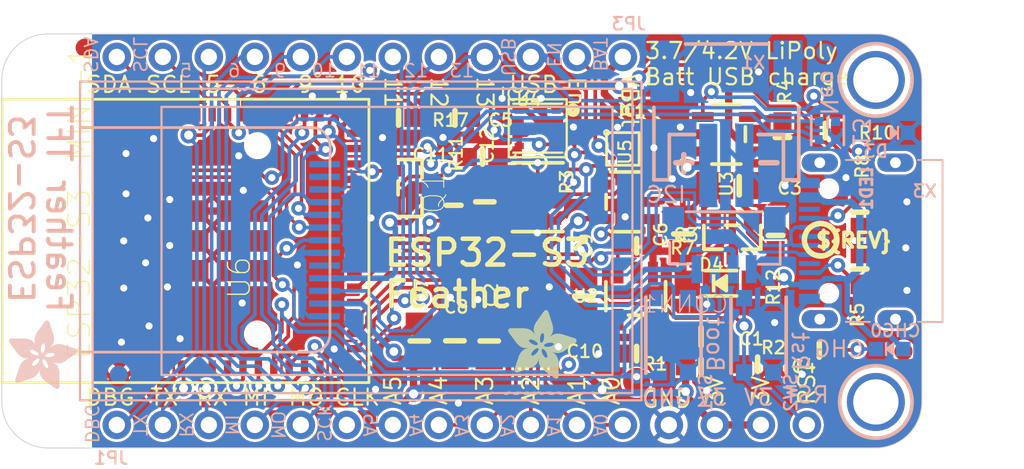
<source format=kicad_pcb>
(kicad_pcb (version 20221018) (generator pcbnew)
  (layers (0 "F.Cu" signal) (31 "B.Cu" signal) (34 "B.Paste" user) (35 "F.Paste" user) (36 "B.SilkS" user "B.Silkscreen") (37 "F.SilkS" user "F.Silkscreen") (38 "B.Mask" user) (39 "F.Mask" user) (44 "Edge.Cuts" user))
  (net 0 "")
  (net 1 "GND")
  (net 2 "VBUS")
  (net 3 "VBAT")
  (net 4 "N$1")
  (net 5 "N$3")
  (net 6 "N$4")
  (net 7 "3.3V")
  (net 8 "RESET")
  (net 9 "EN")
  (net 10 "MOSI")
  (net 11 "SDA")
  (net 12 "SCL")
  (net 13 "MISO")
  (net 14 "SCK")
  (net 15 "VHI")
  (net 16 "N$5")
  (net 17 "D+")
  (net 18 "D-")
  (net 19 "N$8")
  (net 20 "N$9")
  (net 21 "A0")
  (net 22 "A1")
  (net 23 "NEOPIX")
  (net 24 "TXD0")
  (net 25 "BOOT0")
  (net 26 "D6")
  (net 27 "D9")
  (net 28 "D10")
  (net 29 "D11")
  (net 30 "D12")
  (net 31 "D13")
  (net 32 "D5")
  (net 33 "RX")
  (net 34 "TX")
  (net 35 "A2")
  (net 36 "A3")
  (net 37 "A4")
  (net 38 "A5")
  (net 39 "NEOPIX_PWR")
  (net 40 "TFT_RST")
  (net 41 "TFT_DC")
  (net 42 "TFT_CS")
  (net 43 "BACKLITE")
  (net 44 "LEDK")
  (net 45 "N$2")
  (net 46 "IO38_DBLTAP")
  (net 47 "VSENSOR")
  (net 48 "I2C_PWR")
  (footprint "working:SOT23-5" (layer "F.Cu") (at 163.1061 99.1108 -90)
    (fp_text reference "U3")
    (fp_text value "MCP73831T-2ACI/OT")
  )
  (footprint "working:SOT23-5" (layer "F.Cu") (at 158.1023 108.0516 180)
    (fp_text reference "U2")
    (fp_text value "AP2112-3.3")
  )
  (footprint "working:0805-NO" (layer "F.Cu") (at 150.0124 110.5281 90)
    (fp_text reference "C2")
    (fp_text value "10uF")
  )
  (footprint "working:0603-NO" (layer "F.Cu") (at 149.6441 100.3681 180)
    (fp_text reference "C11")
    (fp_text value "1uF")
  )
  (footprint "working:0603-NO" (layer "F.Cu") (at 145.0086 98.2091)
    (fp_text reference "R17")
    (fp_text value "1Meg")
  )
  (footprint "working:0603-NO" (layer "F.Cu") (at 148.1201 98.2091)
    (fp_text reference "C5")
    (fp_text value "1uF")
  )
  (footprint "working:BME280" (layer "F.Cu") (at 152.6921 98.7806)
    (fp_text reference "U4")
    (fp_text value "BME280")
  )
  (footprint "working:0805-NO" (layer "F.Cu") (at 149.7711 102.8446 90)
    (fp_text reference "C12")
    (fp_text value "10uF")
  )
  (footprint "working:0603-NO" (layer "F.Cu") (at 166.2049 99.2886 90)
    (fp_text reference "R4")
    (fp_text value "5.1K")
  )
  (footprint "working:PCBFEAT-REV-040" (layer "F.Cu") (at 168.3131 104.9401)
    (fp_text reference "U$7" hide)
    (fp_text value "" hide)
  )
  (footprint "working:RESPACK_4X0603" (layer "F.Cu") (at 152.6921 102.5906 -90)
    (fp_text reference "R3")
    (fp_text value "10K")
  )
  (footprint "working:WLCSP9" (layer "F.Cu") (at 157.3911 99.9236)
    (fp_text reference "IC1")
    (fp_text value "LC709203F/MH")
  )
  (footprint "working:0603-NO" (layer "F.Cu") (at 165.8239 104.6988 -90)
    (fp_text reference "R12")
    (fp_text value "100K")
  )
  (footprint "working:0603-NO" (layer "F.Cu") (at 164.8333 111.8108)
    (fp_text reference "C4")
    (fp_text value "1uF")
  )
  (footprint "working:SOT23-R" (layer "F.Cu") (at 163.4363 104.8004 180)
    (fp_text reference "Q3")
    (fp_text value "DMG3415U")
  )
  (footprint "working:FIDUCIAL_1MM" (layer "F.Cu") (at 127.6731 94.3356)
    (fp_text reference "U$56" hide)
    (fp_text value "FIDUCIAL_1MM" hide)
  )
  (footprint "working:BME680" (layer "F.Cu") (at 152.6921 98.7806)
    (fp_text reference "IC2")
    (fp_text value "BME680")
  )
  (footprint "working:TESTPOINT_ROUND_1.5MM_NO" (layer "F.Cu") (at 158.1531 112.7633 180)
    (fp_text reference "TP1" hide)
    (fp_text value "" hide)
  )
  (footprint "working:SOT23-R" (layer "F.Cu") (at 145.6436 102.0826 -90)
    (fp_text reference "Q1")
    (fp_text value "BSS138")
  )
  (footprint "working:0603-NO" (layer "F.Cu") (at 168.5671 98.9076)
    (fp_text reference "R10")
    (fp_text value "5.1K")
  )
  (footprint "working:SOD-123" (layer "F.Cu") (at 162.8013 107.3404)
    (fp_text reference "D4")
    (fp_text value "MBR540")
  )
  (footprint "working:0603-NO" (layer "F.Cu") (at 168.2369 111.0234 180)
    (fp_text reference "R2")
    (fp_text value "5.1K")
  )
  (footprint "" (layer "F.Cu") (at 125.6411 95.4786)
    (fp_text reference "@HOLE1" hide)
    (fp_text value "")
  )
  (footprint "working:0603-NO" (layer "F.Cu") (at 170.4721 106.553 -90)
    (fp_text reference "R5")
    (fp_text value "5.1K")
  )
  (footprint "working:SOT23-5" (layer "F.Cu") (at 157.5181 102.8446 90)
    (fp_text reference "U5")
    (fp_text value "AP2112-3.3")
  )
  (footprint "working:0805-NO" (layer "F.Cu") (at 163.8173 101.9556)
    (fp_text reference "C3")
    (fp_text value "10µF")
  )
  (footprint "working:0603-NO" (layer "F.Cu") (at 161.7091 111.9251 180)
    (fp_text reference "R1")
    (fp_text value "5.1K")
  )
  (footprint "working:0805-NO" (layer "F.Cu") (at 160.7039 104.6176 90)
    (fp_text reference "C6")
    (fp_text value "10µF")
  )
  (footprint "working:0805-NO" (layer "F.Cu") (at 146.1516 110.5281 90)
    (fp_text reference "C7")
    (fp_text value "10uF")
  )
  (footprint "working:0805-NO" (layer "F.Cu") (at 161.7091 110.2868)
    (fp_text reference "C1")
    (fp_text value "10uF")
  )
  (footprint "working:0603-NO" (layer "F.Cu") (at 148.0566 103.0351 90)
    (fp_text reference "R11")
    (fp_text value "22")
  )
  (footprint "working:0805-NO" (layer "F.Cu") (at 148.1178 110.5189 90)
    (fp_text reference "C8")
    (fp_text value "10µF")
  )
  (footprint "working:FIDUCIAL_1MM" (layer "F.Cu") (at 172.8851 111.0996)
    (fp_text reference "U$55" hide)
    (fp_text value "FIDUCIAL_1MM" hide)
  )
  (footprint "working:0603-NO" (layer "F.Cu") (at 158.1531 105.2703)
    (fp_text reference "R7")
    (fp_text value "100K")
  )
  (footprint "" (layer "F.Cu") (at 125.6411 114.5921)
    (fp_text reference "@HOLE0" hide)
    (fp_text value "")
  )
  (footprint "working:0603-NO" (layer "F.Cu") (at 158.1531 111.2266 180)
    (fp_text reference "C10")
    (fp_text value "1uF")
  )
  (footprint "working:0805-NO" (layer "F.Cu") (at 155.2321 108.0516 90)
    (fp_text reference "C9")
    (fp_text value "10uF")
  )
  (footprint "working:0603-NO" (layer "F.Cu") (at 170.4721 103.4161 90)
    (fp_text reference "R8")
    (fp_text value "5.1K")
  )
  (footprint "working:QFN60_ESP32-S2-MINI-1_EXP" (layer "F.Cu") (at 133.2611 105.0036 90)
    (fp_text reference "U6")
    (fp_text value "ESP32-S3-MINI-1")
  )
  (footprint "working:ADAFRUIT_3.5MM" (layer "F.Cu") (at 151.0411 112.6236)
    (fp_text reference "U$54" hide)
    (fp_text value "" hide)
  )
  (footprint "working:1X12_ROUND_MIN" (layer "B.Cu") (at 143.4211 94.8436 180)
    (fp_text reference "JP3")
    (fp_text value "")
  )
  (footprint "working:CHIPLED_0603_NOOUTLINE" (layer "B.Cu") (at 172.3771 99.0346 90)
    (fp_text reference "D3")
    (fp_text value "RED")
  )
  (footprint "working:CHIPLED_0603_NOOUTLINE" (layer "B.Cu") (at 172.1231 110.9726 -90)
    (fp_text reference "CHG0")
    (fp_text value "ORANGE")
  )
  (footprint "working:JSTPH2_BATT" (layer "B.Cu") (at 163.1061 97.1296 180)
    (fp_text reference "X1")
    (fp_text value "JSTPH")
  )
  (footprint "working:TFT_1.14IN_240X135_WRAPUNDER" (layer "B.Cu") (at 127.4191 105.0036 90)
    (fp_text reference "DISP1" hide)
    (fp_text value "DISP_LCD_GENERIC_SPI_1.14IN_240X135_WRAPUNDER" hide)
  )
  (footprint "working:USB_C_CUSB31-CFM2AX-01-X" (layer "B.Cu") (at 171.2341 105.0036 -90)
    (fp_text reference "X3")
    (fp_text value "USB C")
  )
  (footprint "working:BTN_KMR2_4.6X2.8" (layer "B.Cu") (at 164.8841 110.2106 90)
    (fp_text reference "SW2")
    (fp_text value "KMR2")
  )
  (footprint "working:FIDUCIAL_1MM" (layer "B.Cu") (at 129.5563 112.388 -90)
    (fp_text reference "U$35" hide)
    (fp_text value "FIDUCIAL_1MM" hide)
  )
  (footprint "working:MOUNTINGHOLE_2.5_PLATED" (layer "B.Cu") (at 171.3611 113.8936 -90)
    (fp_text reference "U$32" hide)
    (fp_text value "MOUNTINGHOLE2.5" hide)
  )
  (footprint "working:MOUNTINGHOLE_2.5_PLATED" (layer "B.Cu") (at 171.3611 96.1136 -90)
    (fp_text reference "U$31" hide)
    (fp_text value "MOUNTINGHOLE2.5" hide)
  )
  (footprint "working:BTN_KMR2_4.6X2.8" (layer "B.Cu") (at 160.1851 110.2106 90)
    (fp_text reference "SW1")
    (fp_text value "KMR2")
  )
  (footprint "working:ADAFRUIT_3.5MM" (layer "B.Cu") (at 123.4821 113.1951 90)
    (fp_text reference "U$9" hide)
    (fp_text value "" hide)
  )
  (footprint "working:SK6805_1515" (layer "B.Cu") (at 168.6941 98.9076 90)
    (fp_text reference "LED1")
    (fp_text value "WS2812B_SK6805_1515")
  )
  (footprint "working:1X16_ROUND_MIN" (layer "B.Cu") (at 148.5011 115.1636)
    (fp_text reference "JP1")
    (fp_text value "")
  )
  (footprint "working:JST_SH4_RA" (layer "B.Cu") (at 162.9791 104.8766)
    (fp_text reference "CONN1")
    (fp_text value "STEMMA_I2C_QTRA" hide)
  )
  (footprint "working:FIDUCIAL_1MM" (layer "B.Cu") (at 168.5671 94.5896 -90)
    (fp_text reference "U$34" hide)
    (fp_text value "FIDUCIAL_1MM" hide)
  )
  (gr_arc (start 171.3611 93.5736) (mid 173.157151 94.317549) (end 173.9011 96.1136) (stroke (width 0.05)) (layer "Edge.Cuts"))
  (gr_arc (start 123.1011 96.1136) (mid 123.845049 94.317549) (end 125.6411 93.5736) (stroke (width 0.05)) (layer "Edge.Cuts"))
  (gr_line (start 125.6411 93.5736) (end 171.3611 93.5736) (stroke (width 0.05)) (layer "Edge.Cuts"))
  (gr_arc (start 125.6411 116.4336) (mid 123.845049 115.689651) (end 123.1011 113.8936) (stroke (width 0.05)) (layer "Edge.Cuts"))
  (gr_line (start 173.9011 96.1136) (end 173.9011 113.8936) (stroke (width 0.05)) (layer "Edge.Cuts"))
  (gr_line (start 171.3611 116.4336) (end 125.6411 116.4336) (stroke (width 0.05)) (layer "Edge.Cuts"))
  (gr_line (start 123.1011 113.8936) (end 123.1011 96.1136) (stroke (width 0.05)) (layer "Edge.Cuts"))
  (gr_arc (start 173.9011 113.8936) (mid 173.157151 115.689651) (end 171.3611 116.4336) (stroke (width 0.05)) (layer "Edge.Cuts"))
  (gr_text "I2C" (at 160.9471 102.9716) (layer "B.SilkS") (effects (font (size 0.89408 0.89408) (thickness 0.12192)) (justify left bottom mirror)))
  (gr_text "TX" (at 130.7211 115.1636 -90) (layer "B.SilkS") (effects (font (size 0.715264 0.715264) (thickness 0.097536)) (justify mirror)))
  (gr_text "SCK" (at 140.8811 115.0366 -90) (layer "B.SilkS") (effects (font (size 0.715264 0.715264) (thickness 0.097536)) (justify mirror)))
  (gr_text "A1" (at 153.5811 115.1636 -90) (layer "B.SilkS") (effects (font (size 0.715264 0.715264) (thickness 0.097536)) (justify mirror)))
  (gr_text "GND" (at 159.8041 113.6396) (layer "B.SilkS") (effects (font (size 0.89408 0.89408) (thickness 0.12192)) (justify mirror)))
  (gr_text "6" (at 135.9281 95.6056) (layer "B.SilkS") (effects (font (size 0.715264 0.715264) (thickness 0.097536)) (justify mirror)))
  (gr_text "Rst" (at 167.1701 111.0996 -90) (layer "B.SilkS") (effects (font (size 0.89408 0.89408) (thickness 0.12192)) (justify mirror)))
  (gr_text "10" (at 140.8811 95.6056) (layer "B.SilkS") (effects (font (size 0.715264 0.715264) (thickness 0.097536)) (justify mirror)))
  (gr_text "DBG" (at 128.0541 115.1001 -90) (layer "B.SilkS") (effects (font (size 0.715264 0.715264) (thickness 0.097536)) (justify mirror)))
  (gr_text "A4" (at 145.9611 115.1636 -90) (layer "B.SilkS") (effects (font (size 0.715264 0.715264) (thickness 0.097536)) (justify mirror)))
  (gr_text "EN" (at 153.5811 94.7166 -90) (layer "B.SilkS") (effects (font (size 0.715264 0.715264) (thickness 0.097536)) (justify mirror)))
  (gr_text "MO" (at 138.3411 115.1636 -90) (layer "B.SilkS") (effects (font (size 0.715264 0.715264) (thickness 0.097536)) (justify mirror)))
  (gr_text "RX" (at 133.2611 115.1636 -90) (layer "B.SilkS") (effects (font (size 0.715264 0.715264) (thickness 0.097536)) (justify mirror)))
  (gr_text "MI" (at 135.8011 115.1636 -90) (layer "B.SilkS") (effects (font (size 0.715264 0.715264) (thickness 0.097536)) (justify mirror)))
  (gr_text "SCL" (at 130.7211 94.7166 -90) (layer "B.SilkS") (effects (font (size 0.715264 0.715264) (thickness 0.097536)) (justify mirror)))
  (gr_text "11" (at 143.2941 95.6056) (layer "B.SilkS") (effects (font (size 0.715264 0.715264) (thickness 0.097536)) (justify mirror)))
  (gr_text "RST" (at 167.5511 113.5126) (layer "B.SilkS") (effects (font (size 0.89408 0.89408) (thickness 0.12192)) (justify mirror)))
  (gr_text "BAT" (at 156.1211 94.7166 -90) (layer "B.SilkS") (effects (font (size 0.715264 0.715264) (thickness 0.097536)) (justify mirror)))
  (gr_text "A5" (at 143.4211 115.1636 -90) (layer "B.SilkS") (effects (font (size 0.715264 0.715264) (thickness 0.097536)) (justify mirror)))
  (gr_text "Neo" (at 168.7576 96.8121 -90) (layer "B.SilkS") (effects (font (size 0.89408 0.89408) (thickness 0.12192)) (justify mirror)))
  (gr_text "9" (at 138.4681 95.6056) (layer "B.SilkS") (effects (font (size 0.715264 0.715264) (thickness 0.097536)) (justify mirror)))
  (gr_text "SDA" (at 127.9906 94.7166 -90) (layer "B.SilkS") (effects (font (size 0.715264 0.715264) (thickness 0.097536)) (justify mirror)))
  (gr_text "A0" (at 156.1211 115.1636 -90) (layer "B.SilkS") (effects (font (size 0.715264 0.715264) (thickness 0.097536)) (justify mirror)))
  (gr_text "12" (at 145.9611 95.6056) (layer "B.SilkS") (effects (font (size 0.715264 0.715264) (thickness 0.097536)) (justify mirror)))
  (gr_text "5" (at 133.2611 95.6056) (layer "B.SilkS") (effects (font (size 0.715264 0.715264) (thickness 0.097536)) (justify mirror)))
  (gr_text "A2" (at 150.9903 115.189 -90) (layer "B.SilkS") (effects (font (size 0.715264 0.715264) (thickness 0.097536)) (justify mirror)))
  (gr_text "Boot" (at 162.4711 110.7186 -90) (layer "B.SilkS") (effects (font (size 0.89408 0.89408) (thickness 0.12192)) (justify mirror)))
  (gr_text "A3" (at 148.4757 115.189 -90) (layer "B.SilkS") (effects (font (size 0.715264 0.715264) (thickness 0.097536)) (justify mirror)))
  (gr_text "CHG" (at 169.3291 110.9726) (layer "B.SilkS") (effects (font (size 0.89408 0.89408) (thickness 0.12192)) (justify mirror)))
  (gr_text "13" (at 170.5356 99.0346 -90) (layer "B.SilkS") (effects (font (size 0.89408 0.89408) (thickness 0.12192)) (justify mirror)))
  (gr_text "3V" (at 162.3441 113.6396) (layer "B.SilkS") (effects (font (size 0.89408 0.89408) (thickness 0.12192)) (justify mirror)))
  (gr_text "3V" (at 164.8841 113.6396) (layer "B.SilkS") (effects (font (size 0.89408 0.89408) (thickness 0.12192)) (justify mirror)))
  (gr_text "USB" (at 151.0411 94.8436 -90) (layer "B.SilkS") (effects (font (size 0.715264 0.715264) (thickness 0.097536)) (justify mirror)))
  (gr_text "Feather TFT\nESP32-S3" (at 125.1966 103.2256 -90) (layer "B.SilkS") (effects (font (size 1.31064 1.31064) (thickness 0.21336)) (justify mirror)))
  (gr_text "13" (at 148.5011 95.6056) (layer "B.SilkS") (effects (font (size 0.715264 0.715264) (thickness 0.097536)) (justify mirror)))
  (gr_text "3V" (at 162.4711 114.1476 90) (layer "F.SilkS") (effects (font (size 0.89408 0.89408) (thickness 0.12192)) (justify left)))
  (gr_text "TX" (at 131.2291 113.6396) (layer "F.SilkS") (effects (font (size 0.89408 0.89408) (thickness 0.12192)) (justify left)))
  (gr_text "10" (at 141.3891 96.3676) (layer "F.SilkS") (effects (font (size 0.89408 0.89408) (thickness 0.12192)) (justify left)))
  (gr_text "GND" (at 161.2646 113.7666) (layer "F.SilkS") (effects (font (size 0.89408 0.89408) (thickness 0.12192)) (justify right)))
  (gr_text "5" (at 134.2771 96.3676) (layer "F.SilkS") (effects (font (size 0.89408 0.89408) (thickness 0.12192)) (justify left)))
  (gr_text "A1" (at 154.8511 114.1476 90) (layer "F.SilkS") (effects (font (size 0.89408 0.89408) (thickness 0.12192)) (justify left)))
  (gr_text "12" (at 147.2311 95.8596 270) (layer "F.SilkS") (effects (font (size 0.89408 0.89408) (thickness 0.12192)) (justify left)))
  (gr_text "6" (at 136.8171 96.3676) (layer "F.SilkS") (effects (font (size 0.89408 0.89408) (thickness 0.12192)) (justify left)))
  (gr_text "USB" (at 151.0411 96.3676) (layer "F.SilkS") (effects (font (size 0.89408 0.89408) (thickness 0.12192)) (justify left)))
  (gr_text "VBat" (at 157.7721 95.6691 270) (layer "F.SilkS") (effects (font (size 0.89408 0.89408) (thickness 0.12192)) (justify left)))
  (gr_text "MI" (at 136.3091 113.6396) (layer "F.SilkS") (effects (font (size 0.89408 0.89408) (thickness 0.12192)) (justify left)))
  (gr_text "11" (at 144.6911 95.8596 270) (layer "F.SilkS") (effects (font (size 0.89408 0.89408) (thickness 0.12192)) (justify left)))
  (gr_text "MO" (at 138.8491 113.6396) (layer "F.SilkS") (effects (font (size 0.89408 0.89408) (thickness 0.12192)) (justify left)))
  (gr_text "SCL" (at 130.9751 96.3676) (layer "F.SilkS") (effects (font (size 0.89408 0.89408) (thickness 0.12192)) (justify left)))
  (gr_text "A2" (at 152.3111 114.1476 90) (layer "F.SilkS") (effects (font (size 0.89408 0.89408) (thickness 0.12192)) (justify left)))
  (gr_text "3V" (at 165.0111 114.1476 90) (layer "F.SilkS") (effects (font (size 0.89408 0.89408) (thickness 0.12192)) (justify left)))
  (gr_text "13" (at 149.7711 95.8596 270) (layer "F.SilkS") (effects (font (size 0.89408 0.89408) (thickness 0.12192)) (justify left)))
  (gr_text "3.7/4.2V LiPoly\nBatt USB charge" (at 158.5341 95.2246) (layer "F.SilkS") (effects (font (size 0.89408 0.89408) (thickness 0.12192)) (justify left)))
  (gr_text "CLK" (at 141.3891 113.6396) (layer "F.SilkS") (effects (font (size 0.89408 0.89408) (thickness 0.12192)) (justify left)))
  (gr_text "ESP32-S3\nFeather" (at 144.1069 106.807) (layer "F.SilkS") (effects (font (size 1.42494 1.42494) (thickness 0.25146)) (justify left)))
  (gr_text "A3" (at 149.7711 114.1476 90) (layer "F.SilkS") (effects (font (size 0.89408 0.89408) (thickness 0.12192)) (justify left)))
  (gr_text "RST" (at 167.5511 114.1476 90) (layer "F.SilkS") (effects (font (size 0.89408 0.89408) (thickness 0.12192)) (justify left)))
  (gr_text "A4" (at 147.2311 114.1476 90) (layer "F.SilkS") (effects (font (size 0.89408 0.89408) (thickness 0.12192)) (justify left)))
  (gr_text "RX" (at 133.7691 113.6396) (layer "F.SilkS") (effects (font (size 0.89408 0.89408) (thickness 0.12192)) (justify left)))
  (gr_text "DBG" (at 127.6731 113.6396) (layer "F.SilkS") (effects (font (size 0.89408 0.89408) (thickness 0.12192)) (justify left)))
  (gr_text "9" (at 139.3571 96.3676) (layer "F.SilkS") (effects (font (size 0.89408 0.89408) (thickness 0.12192)) (justify left)))
  (gr_text "A0" (at 156.7561 114.1476 90) (layer "F.SilkS") (effects (font (size 0.89408 0.89408) (thickness 0.12192)) (justify left)))
  (gr_text "A5" (at 144.6911 114.1476 90) (layer "F.SilkS") (effects (font (size 0.89408 0.89408) (thickness 0.12192)) (justify left)))
  (gr_text "SDA" (at 127.6731 96.3676) (layer "F.SilkS") (effects (font (size 0.89408 0.89408) (thickness 0.12192)) (justify left)))
  (gr_text "En" (at 154.8511 95.8596 270) (layer "F.SilkS") (effects (font (size 0.89408 0.89408) (thickness 0.12192)) (justify left)))
  (segment (start 160.7039 102.6014) (end 160.7039 103.6676) (width 0.3048) (layer "F.Cu") (net 1))
  (segment (start 148.9701 98.2091) (end 148.9701 99.2886) (width 0.4064) (layer "F.Cu") (net 1))
  (segment (start 159.8676 102.5271) (end 160.6296 102.5271) (width 0.3048) (layer "F.Cu") (net 1))
  (segment (start 145.763606 109.5781) (end 145.105706 110.236) (width 0.4064) (layer "F.Cu") (net 1))
  (segment (start 141.8804 98.689404) (end 141.8804 105.6553) (width 0.254) (layer "F.Cu") (net 1))
  (segment (start 154.794 103.0287) (end 156.8767 103.0287) (width 0.2032) (layer "F.Cu") (net 1))
  (segment (start 153.0731 97.8281) (end 152.8826 97.6376) (width 0.1524) (layer "F.Cu") (net 1))
  (segment (start 153.8986 97.5741) (end 154.5336 97.5741) (width 0.1524) (layer "F.Cu") (net 1))
  (segment (start 154.794 103.0287) (end 153.9321 103.8906) (width 0.2032) (layer "F.Cu") (net 1))
  (segment (start 158.8182 102.8446) (end 159.5501 102.8446) (width 0.3048) (layer "F.Cu") (net 1))
  (segment (start 159.5501 102.8446) (end 159.8676 102.5271) (width 0.3048) (layer "F.Cu") (net 1))
  (segment (start 150.9331 98.3806) (end 150.9141 98.3996) (width 0.1524) (layer "F.Cu") (net 1))
  (segment (start 141.5796 108.5596) (end 140.9446 107.9246) (width 0.254) (layer "F.Cu") (net 1))
  (segment (start 141.8804 105.6553) (end 141.4526 106.0831) (width 0.254) (layer "F.Cu") (net 1))
  (segment (start 144.484428 110.3122) (end 143.9291 110.867529) (width 0.254) (layer "F.Cu") (net 1))
  (segment (start 153.0956 97.8056) (end 153.0731 97.8281) (width 0.1524) (layer "F.Cu") (net 1))
  (segment (start 152.8826 97.6376) (end 152.8826 97.1296) (width 0.1524) (layer "F.Cu") (net 1))
  (segment (start 143.9291 110.867529) (end 143.9291 113.0046) (width 0.254) (layer "F.Cu") (net 1))
  (segment (start 144.1856 103.0326) (end 143.4846 103.7336) (width 0.2032) (layer "F.Cu") (net 1))
  (segment (start 157.5181 103.6701) (end 156.8767 103.0287) (width 0.2032) (layer "F.Cu") (net 1))
  (segment (start 153.8921 97.5806) (end 153.8986 97.5741) (width 0.1524) (layer "F.Cu") (net 1))
  (segment (start 141.4526 106.0831) (end 140.9446 106.5911) (width 0.3048) (layer "F.Cu") (net 1))
  (segment (start 145.029506 110.3122) (end 144.484428 110.3122) (width 0.254) (layer "F.Cu") (net 1))
  (segment (start 141.719406 105.816294) (end 141.4526 106.0831) (width 0.3048) (layer "F.Cu") (net 1))
  (segment (start 150.9141 98.3996) (end 150.7236 98.2091) (width 0.1524) (layer "F.Cu") (net 1))
  (segment (start 153.3906 104.5566) (end 153.3906 104.6226) (width 0.254) (layer "F.Cu") (net 1))
  (segment (start 153.8921 97.5806) (end 153.7171 97.7556) (width 0.1524) (layer "F.Cu") (net 1))
  (segment (start 147.4597 99.2886) (end 148.9701 99.2886) (width 0.4064) (layer "F.Cu") (net 1))
  (segment (start 146.1516 109.5781) (end 145.763606 109.5781) (width 0.4064) (layer "F.Cu") (net 1))
  (segment (start 153.7171 97.8056) (end 153.0956 97.8056) (width 0.1524) (layer "F.Cu") (net 1))
  (segment (start 140.9446 107.9246) (end 140.9446 106.647044) (width 0.254) (layer "F.Cu") (net 1))
  (segment (start 133.9162 103.3536) (end 135.5662 103.3536) (width 0.4064) (layer "F.Cu") (net 1))
  (segment (start 143.9291 113.0046) (end 143.7386 113.1951) (width 0.254) (layer "F.Cu") (net 1))
  (segment (start 150.7236 98.2091) (end 150.7236 97.1296) (width 0.1524) (layer "F.Cu") (net 1))
  (segment (start 142.566203 112.0036) (end 141.5796 111.016997) (width 0.254) (layer "F.Cu") (net 1))
  (segment (start 142.566203 98.0036) (end 141.8804 98.689404) (width 0.254) (layer "F.Cu") (net 1))
  (segment (start 141.5796 111.016997) (end 141.5796 108.5596) (width 0.254) (layer "F.Cu") (net 1))
  (segment (start 139.4206 106.329544) (end 139.7381 106.647044) (width 0.254) (layer "F.Cu") (net 1))
  (segment (start 151.5671 98.4556) (end 151.6671 98.4556) (width 0.1524) (layer "F.Cu") (net 1))
  (segment (start 153.7171 97.7556) (end 153.7171 97.8056) (width 0.1524) (layer "F.Cu") (net 1))
  (segment (start 145.105706 110.236) (end 145.029506 110.3122) (width 0.254) (layer "F.Cu") (net 1))
  (segment (start 154.5336 97.0026) (end 153.0096 97.0026) (width 0.1524) (layer "F.Cu") (net 1))
  (segment (start 151.4921 98.3806) (end 150.9331 98.3806) (width 0.1524) (layer "F.Cu") (net 1))
  (segment (start 153.9321 103.8906) (end 153.5421 103.8906) (width 0.2032) (layer "F.Cu") (net 1))
  (segment (start 143.9531 98.0036) (end 144.1586 98.2091) (width 0.254) (layer "F.Cu") (net 1))
  (segment (start 154.5336 97.5741) (end 154.5336 97.0026) (width 0.1524) (layer "F.Cu") (net 1))
  (segment (start 140.9446 106.647044) (end 139.7381 106.647044) (width 0.254) (layer "F.Cu") (net 1))
  (segment (start 135.5662 103.3536) (end 137.2162 103.3536) (width 0.4064) (layer "F.Cu") (net 1))
  (segment (start 153.0096 97.0026) (end 152.8826 97.1296) (width 0.1524) (layer "F.Cu") (net 1))
  (segment (start 160.6296 102.5271) (end 160.7039 102.6014) (width 0.3048) (layer "F.Cu") (net 1))
  (segment (start 151.4921 98.3806) (end 151.5671 98.4556) (width 0.1524) (layer "F.Cu") (net 1))
  (segment (start 144.6436 103.0326) (end 144.1856 103.0326) (width 0.2032) (layer "F.Cu") (net 1))
  (via (at 132.9436 110.4011) (size 0.8001) (drill 0.3937) (layers "F.Cu" "B.Cu") (net 1))
  (via (at 143.4846 103.7336) (size 0.8001) (drill 0.3937) (layers "F.Cu" "B.Cu") (net 1))
  (via (at 169.7101 101.5111) (size 0.8001) (drill 0.3937) (layers "F.Cu" "B.Cu") (net 1))
  (via (at 167.2971 112.3696) (size 0.8001) (drill 0.3937) (layers "F.Cu" "B.Cu") (net 1))
  (via (at 161.1376 96.8121) (size 0.8001) (drill 0.3937) (layers "F.Cu" "B.Cu") (net 1))
  (via (at 156.0576 111.2266) (size 0.8001) (drill 0.3937) (layers "F.Cu" "B.Cu") (net 1))
  (via (at 173.0756 102.8446) (size 0.8001) (drill 0.3937) (layers "F.Cu" "B.Cu") (net 1))
  (via (at 140.2461 97.0026) (size 0.8001) (drill 0.3937) (layers "F.Cu" "B.Cu") (net 1))
  (via (at 129.9591 102.4001) (size 0.8001) (drill 0.3937) (layers "F.Cu" "B.Cu") (net 1))
  (via (at 131.0386 106.2101) (size 0.8001) (drill 0.3937) (layers "F.Cu" "B.Cu") (net 1))
  (via (at 129.8321 107.6071) (size 0.8001) (drill 0.3937) (layers "F.Cu" "B.Cu") (net 1))
  (via (at 132.3721 105.2576) (size 0.8001) (drill 0.3937) (layers "F.Cu" "B.Cu") (net 1))
  (via (at 150.7236 97.1296) (size 0.8001) (drill 0.3937) (layers "F.Cu" "B.Cu") (net 1))
  (via (at 136.4361 102.2096) (size 0.8001) (drill 0.3937) (layers "F.Cu" "B.Cu") (net 1))
  (via (at 152.8826 97.1296) (size 0.8001) (drill 0.3937) (layers "F.Cu" "B.Cu") (net 1))
  (via (at 144.1196 99.3013) (size 0.8001) (drill 0.3937) (layers "F.Cu" "B.Cu") (net 1))
  (via (at 129.7051 110.5916) (size 0.8001) (drill 0.3937) (layers "F.Cu" "B.Cu") (net 1))
  (via (at 162.0266 113.2586) (size 0.8001) (drill 0.3937) (layers "F.Cu" "B.Cu") (net 1))
  (via (at 132.2451 107.5436) (size 0.8001) (drill 0.3937) (layers "F.Cu" "B.Cu") (net 1))
  (via (at 159.1056 99.8601) (size 0.8001) (drill 0.3937) (layers "F.Cu" "B.Cu") (net 1))
  (via (at 136.1821 100.3046) (size 0.8001) (drill 0.3937) (layers "F.Cu" "B.Cu") (net 1))
  (via (at 173.0756 107.7341) (size 0.8001) (drill 0.3937) (layers "F.Cu" "B.Cu") (net 1))
  (via (at 160.1216 101.5746) (size 0.8001) (drill 0.3937) (layers "F.Cu" "B.Cu") (net 1))
  (via (at 157.5181 103.6701) (size 0.8001) (drill 0.3937) (layers "F.Cu" "B.Cu") (net 1))
  (via (at 164.8841 95.6691) (size 0.8001) (drill 0.3937) (layers "F.Cu" "B.Cu") (net 1))
  (via (at 173.0121 105.3846) (size 0.8001) (drill 0.3937) (layers "F.Cu" "B.Cu") (net 1))
  (via (at 141.9606 97.0026) (size 0.8001) (drill 0.3937) (layers "F.Cu" "B.Cu") (net 1))
  (via (at 147.4597 99.2886) (size 0.8001) (drill 0.3937) (layers "F.Cu" "B.Cu") (net 1))
  (via (at 160.5661 98.7171) (size 0.8001) (drill 0.3937) (layers "F.Cu" "B.Cu") (net 1))
  (via (at 136.3726 108.4326) (size 0.8001) (drill 0.3937) (layers "F.Cu" "B.Cu") (net 1))
  (via (at 154.6606 98.7171) (size 0.8001) (drill 0.3937) (layers "F.Cu" "B.Cu") (net 1))
  (via (at 141.4526 110.9726) (size 0.8001) (drill 0.3937) (layers "F.Cu" "B.Cu") (net 1))
  (via (at 153.8351 110.8456) (size 0.8001) (drill 0.3937) (layers "F.Cu" "B.Cu") (net 1))
  (via (at 165.7731 109.5121) (size 0.8001) (drill 0.3937) (layers "F.Cu" "B.Cu") (net 1))
  (via (at 162.0266 108.4961) (size 0.8001) (drill 0.3937) (layers "F.Cu" "B.Cu") (net 1))
  (via (at 147.8661 108.1151) (size 0.8001) (drill 0.3937) (layers "F.Cu" "B.Cu") (net 1))
  (via (at 157.099 98.7298) (size 0.8001) (drill 0.3937) (layers "F.Cu" "B.Cu") (net 1))
  (via (at 139.4206 106.329544) (size 0.8001) (drill 0.3937) (layers "F.Cu" "B.Cu") (net 1))
  (via (at 143.7386 113.1951) (size 0.8001) (drill 0.3937) (layers "F.Cu" "B.Cu") (net 1))
  (via (at 129.9591 100.1776) (size 0.8001) (drill 0.3937) (layers "F.Cu" "B.Cu") (net 1))
  (via (at 132.3721 102.7176) (size 0.8001) (drill 0.3937) (layers "F.Cu" "B.Cu") (net 1))
  (via (at 166.3446 101.9556) (size 0.8001) (drill 0.3937) (layers "F.Cu" "B.Cu") (net 1))
  (via (at 152.6667 104.5591) (size 0.8001) (drill 0.3937) (layers "F.Cu" "B.Cu") (net 1))
  (via (at 148.3106 113.9571) (size 0.8001) (drill 0.3937) (layers "F.Cu" "B.Cu") (net 1))
  (via (at 129.8321 105.0036) (size 0.8001) (drill 0.3937) (layers "F.Cu" "B.Cu") (net 1))
  (via (at 153.3271 107.5436) (size 0.8001) (drill 0.3937) (layers "F.Cu" "B.Cu") (net 1))
  (via (at 131.1656 103.7336) (size 0.8001) (drill 0.3937) (layers "F.Cu" "B.Cu") (net 1))
  (via (at 131.2291 109.7026) (size 0.8001) (drill 0.3937) (layers "F.Cu" "B.Cu") (net 1))
  (via (at 131.4831 99.3521) (size 0.8001) (drill 0.3937) (layers "F.Cu" "B.Cu") (net 1))
  (via (at 149.3901 108.2421) (size 0.8001) (drill 0.3937) (layers "F.Cu" "B.Cu") (net 1))
  (segment (start 139.5476 105.6636) (end 139.5476 106.202544) (width 0.3048) (layer "B.Cu") (net 1))
  (segment (start 160.1791 104.0144) (end 160.7238 104.5591) (width 0.1778) (layer "B.Cu") (net 1))
  (segment (start 140.9191 109.1636) (end 140.032987 109.1636) (width 0.2032) (layer "B.Cu") (net 1))
  (segment (start 140.032987 109.1636) (end 139.829037 108.95965) (width 0.2032) (layer "B.Cu") (net 1))
  (segment (start 160.7238 104.5591) (end 163.2966 104.5591) (width 0.1778) (layer "B.Cu") (net 1))
  (segment (start 140.9191 105.6636) (end 139.5476 105.6636) (width 0.3048) (layer "B.Cu") (net 1))
  (segment (start 139.829037 108.95965) (end 139.82065 108.95965) (width 0.2032) (layer "B.Cu") (net 1))
  (segment (start 139.82065 108.95965) (end 139.6746 108.8136) (width 0.2032) (layer "B.Cu") (net 1))
  (segment (start 163.2966 104.5591) (end 164.4791 105.7416) (width 0.1778) (layer "B.Cu") (net 1))
  (segment (start 139.6746 107.7976) (end 139.6746 108.8136) (width 0.2032) (layer "B.Cu") (net 1))
  (segment (start 139.6746 107.7976) (end 139.4206 107.5436) (width 0.2032) (layer "B.Cu") (net 1))
  (segment (start 139.5476 106.202544) (end 139.4206 106.329544) (width 0.3048) (layer "B.Cu") (net 1))
  (segment (start 164.4791 105.7416) (end 164.4791 106.5626) (width 0.1778) (layer "B.Cu") (net 1))
  (segment (start 164.6513 107.3404) (end 165.94645 107.3404) (width 0.4064) (layer "F.Cu") (net 2))
  (segment (start 163.8302 102.847132) (end 163.8302 100.746569) (width 0.3048) (layer "F.Cu") (net 2))
  (segment (start 158.9151 96.83115) (end 157.5816 96.83115) (width 0.4064) (layer "F.Cu") (net 2))
  (segment (start 164.3863 103.8004) (end 164.3863 103.403232) (width 0.3048) (layer "F.Cu") (net 2))
  (segment (start 159.9311 95.81515) (end 158.9151 96.83115) (width 0.4064) (layer "F.Cu") (net 2))
  (segment (start 163.2331 96.3676) (end 162.68065 95.81515) (width 0.4064) (layer "F.Cu") (net 2))
  (segment (start 162.68065 95.81515) (end 159.9311 95.81515) (width 0.4064) (layer "F.Cu") (net 2))
  (segment (start 165.8239 105.5488) (end 165.4293 105.5488) (width 0.4064) (layer "F.Cu") (net 2))
  (segment (start 165.4293 105.5488) (end 164.3863 104.5058) (width 0.4064) (layer "F.Cu") (net 2))
  (segment (start 164.3863 103.403232) (end 163.8302 102.847132) (width 0.3048) (layer "F.Cu") (net 2))
  (segment (start 164.6513 107.3404) (end 164.6513 106.7214) (width 0.4064) (layer "F.Cu") (net 2))
  (segment (start 165.94645 107.3404) (end 166.2811 107.00575) (width 0.4064) (layer "F.Cu") (net 2))
  (segment (start 164.6513 106.7214) (end 165.8239 105.5488) (width 0.4064) (layer "F.Cu") (net 2))
  (segment (start 163.2331 98.9076) (end 163.2331 96.3676) (width 0.4064) (layer "F.Cu") (net 2))
  (segment (start 164.4062 100.0608) (end 163.253 98.9076) (width 0.4064) (layer "F.Cu") (net 2))
  (segment (start 164.4062 100.170569) (end 164.4062 100.0608) (width 0.3048) (layer "F.Cu") (net 2))
  (segment (start 163.8302 100.746569) (end 164.4062 100.170569) (width 0.3048) (layer "F.Cu") (net 2))
  (segment (start 157.2006 96.45015) (end 157.5816 96.83115) (width 0.4064) (layer "F.Cu") (net 2))
  (segment (start 164.3863 104.5058) (end 164.3863 103.8004) (width 0.4064) (layer "F.Cu") (net 2))
  (segment (start 163.253 98.9076) (end 163.2331 98.9076) (width 0.4064) (layer "F.Cu") (net 2))
  (via (at 166.2811 107.00575) (size 0.889) (drill 0.4826) (layers "F.Cu" "B.Cu") (net 2))
  (via (at 157.2006 96.45015) (size 0.889) (drill 0.4826) (layers "F.Cu" "B.Cu") (net 2))
  (segment (start 166.2811 107.00575) (end 166.67895 107.4036) (width 0.3048) (layer "B.Cu") (net 2))
  (segment (start 154.67965 96.45015) (end 153.0731 94.8436) (width 0.4064) (layer "B.Cu") (net 2))
  (segment (start 167.6891 107.4036) (end 168.228081 107.4036) (width 0.3048) (layer "B.Cu") (net 2))
  (segment (start 169.9772 102.8577) (end 168.482181 102.8577) (width 0.3048) (layer "B.Cu") (net 2))
  (segment (start 168.215081 102.5906) (end 167.7021 102.5906) (width 0.3048) (layer "B.Cu") (net 2))
  (segment (start 166.67895 107.4036) (end 167.6891 107.4036) (width 0.3048) (layer "B.Cu") (net 2))
  (segment (start 152.3111 94.8436) (end 153.0731 94.8436) (width 0.4064) (layer "B.Cu") (net 2))
  (segment (start 168.482181 102.8577) (end 168.215081 102.5906) (width 0.3048) (layer "B.Cu") (net 2))
  (segment (start 157.2006 96.45015) (end 154.67965 96.45015) (width 0.4064) (layer "B.Cu") (net 2))
  (segment (start 168.545681 107.086) (end 169.9137 107.086) (width 0.3048) (layer "B.Cu") (net 2))
  (segment (start 170.4721 106.5276) (end 170.4721 103.3526) (width 0.4064) (layer "B.Cu") (net 2))
  (segment (start 169.7867 107.213) (end 169.9137 107.086) (width 0.4064) (layer "B.Cu") (net 2))
  (segment (start 172.1111 110.2106) (end 172.8731 110.9726) (width 0.3048) (layer "B.Cu") (net 2))
  (segment (start 171.1071 110.2106) (end 169.7867 108.8902) (width 0.3048) (layer "B.Cu") (net 2))
  (segment (start 167.7021 102.5906) (end 167.6891 102.6036) (width 0.3048) (layer "B.Cu") (net 2))
  (segment (start 170.4721 103.3526) (end 169.9772 102.8577) (width 0.4064) (layer "B.Cu") (net 2))
  (segment (start 169.7867 108.8902) (end 169.7867 107.213) (width 0.3048) (layer "B.Cu") (net 2))
  (segment (start 172.1111 110.2106) (end 171.1071 110.2106) (width 0.3048) (layer "B.Cu") (net 2))
  (segment (start 169.9137 107.086) (end 170.4721 106.5276) (width 0.4064) (layer "B.Cu") (net 2))
  (segment (start 168.228081 107.4036) (end 168.545681 107.086) (width 0.3048) (layer "B.Cu") (net 2))
  (segment (start 161.0741 100.8126) (end 161.7243 100.8126) (width 0.4064) (layer "F.Cu") (net 3))
  (segment (start 157.8911 99.4236) (end 157.8991 99.4156) (width 0.4064) (layer "F.Cu") (net 3))
  (segment (start 161.806 100.0608) (end 160.7668 100.0608) (width 0.4064) (layer "F.Cu") (net 3))
  (segment (start 156.3751 96.8756) (end 156.3751 95.8596) (width 0.4064) (layer "F.Cu") (net 3))
  (segment (start 162.8673 102.7963) (end 162.8673 101.9556) (width 0.4064) (layer "F.Cu") (net 3))
  (segment (start 157.8991 98.3996) (end 157.8991 97.894788) (width 0.4064) (layer "F.Cu") (net 3))
  (segment (start 157.8991 99.4156) (end 157.8991 98.3996) (width 0.4064) (layer "F.Cu") (net 3))
  (segment (start 161.806 100.0608) (end 161.806 100.8943) (width 0.4064) (layer "F.Cu") (net 3))
  (segment (start 156.3751 95.8596) (end 157.3911 94.8436) (width 0.4064) (layer "F.Cu") (net 3))
  (segment (start 160.7668 100.0608) (end 158.600787 97.894788) (width 0.4064) (layer "F.Cu") (net 3))
  (segment (start 161.0741 100.8126) (end 160.9471 100.9396) (width 0.3048) (layer "F.Cu") (net 3))
  (segment (start 163.4363 103.3653) (end 162.8673 102.7963) (width 0.4064) (layer "F.Cu") (net 3))
  (segment (start 158.600787 97.894788) (end 157.8991 97.894788) (width 0.4064) (layer "F.Cu") (net 3))
  (segment (start 157.8991 98.3996) (end 156.3751 96.8756) (width 0.4064) (layer "F.Cu") (net 3))
  (segment (start 162.8673 101.9556) (end 161.806 100.8943) (width 0.4064) (layer "F.Cu") (net 3))
  (segment (start 161.806 100.8943) (end 161.7243 100.8126) (width 0.4064) (layer "F.Cu") (net 3))
  (segment (start 163.4363 105.8004) (end 163.4363 103.3653) (width 0.4064) (layer "F.Cu") (net 3))
  (via (at 160.9471 100.9396) (size 0.889) (drill 0.4826) (layers "F.Cu" "B.Cu") (net 3))
  (segment (start 161.9961 100.9396) (end 162.1061 100.8296) (width 0.3048) (layer "B.Cu") (net 3))
  (segment (start 160.9471 100.9396) (end 161.9961 100.9396) (width 0.3048) (layer "B.Cu") (net 3))
  (segment (start 170.2943 111.0234) (end 170.3451 110.9726) (width 0.2032) (layer "F.Cu") (net 4))
  (segment (start 169.0869 111.0234) (end 170.2943 111.0234) (width 0.2032) (layer "F.Cu") (net 4))
  (via (at 170.3451 110.9726) (size 0.8001) (drill 0.3937) (layers "F.Cu" "B.Cu") (net 4))
  (segment (start 170.3451 110.9726) (end 171.3731 110.9726) (width 0.2032) (layer "B.Cu") (net 4))
  (segment (start 168.547831 99.523332) (end 168.547831 97.618332) (width 0.2032) (layer "F.Cu") (net 5))
  (segment (start 171.2976 108.0516) (end 171.2976 101.9556) (width 0.2032) (layer "F.Cu") (net 5))
  (segment (start 167.654268 111.0234) (end 168.433668 110.244) (width 0.2032) (layer "F.Cu") (net 5))
  (segment (start 168.746468 99.6696) (end 168.6941 99.6696) (width 0.2032) (layer "F.Cu") (net 5))
  (segment (start 161.806 98.1608) (end 161.806 97.24225) (width 0.2032) (layer "F.Cu") (net 5))
  (segment (start 168.433668 110.244) (end 169.1052 110.244) (width 0.2032) (layer "F.Cu") (net 5))
  (segment (start 161.806 97.24225) (end 162.2806 96.76765) (width 0.2032) (layer "F.Cu") (net 5))
  (segment (start 169.1052 110.244) (end 171.2976 108.0516) (width 0.2032) (layer "F.Cu") (net 5))
  (segment (start 167.3869 111.0234) (end 167.654268 111.0234) (width 0.2032) (layer "F.Cu") (net 5))
  (segment (start 169.029 99.687) (end 168.763868 99.687) (width 0.2032) (layer "F.Cu") (net 5))
  (segment (start 168.547831 97.618332) (end 167.9321 97.0026) (width 0.2032) (layer "F.Cu") (net 5))
  (segment (start 168.6941 99.6696) (end 168.547831 99.523332) (width 0.2032) (layer "F.Cu") (net 5))
  (segment (start 168.763868 99.687) (end 168.746468 99.6696) (width 0.2032) (layer "F.Cu") (net 5))
  (segment (start 171.2976 101.9556) (end 169.029 99.687) (width 0.2032) (layer "F.Cu") (net 5))
  (via (at 167.9321 97.0026) (size 0.8001) (drill 0.3937) (layers "F.Cu" "B.Cu") (net 5))
  (via (at 162.2806 96.76765) (size 0.8001) (drill 0.3937) (layers "F.Cu" "B.Cu") (net 5))
  (segment (start 165.290337 97.7282) (end 167.4605 97.7282) (width 0.2032) (layer "B.Cu") (net 5))
  (segment (start 162.57905 97.0661) (end 164.628237 97.0661) (width 0.2032) (layer "B.Cu") (net 5))
  (segment (start 167.4605 97.7282) (end 167.9321 97.2566) (width 0.2032) (layer "B.Cu") (net 5))
  (segment (start 164.628237 97.0661) (end 165.290337 97.7282) (width 0.2032) (layer "B.Cu") (net 5))
  (segment (start 167.9321 97.0026) (end 167.9321 97.2566) (width 0.2032) (layer "B.Cu") (net 5))
  (segment (start 162.2806 96.76765) (end 162.57905 97.0661) (width 0.2032) (layer "B.Cu") (net 5))
  (segment (start 166.2049 98.4386) (end 165.9271 98.1608) (width 0.2032) (layer "F.Cu") (net 6))
  (segment (start 165.9271 98.1608) (end 164.4062 98.1608) (width 0.2032) (layer "F.Cu") (net 6))
  (segment (start 158.4499 110.3351) (end 156.5656 110.3351) (width 0.4064) (layer "F.Cu") (net 7))
  (segment (start 155.2321 112.19815) (end 156.2481 113.21415) (width 0.4064) (layer "F.Cu") (net 7))
  (segment (start 160.1876 110.2868) (end 159.2525 109.3517) (width 0.4064) (layer "F.Cu") (net 7))
  (segment (start 148.1178 111.4689) (end 146.1608 111.4689) (width 0.4064) (layer "F.Cu") (net 7))
  (segment (start 160.8591 113.5516) (end 162.4711 115.1636) (width 0.4064) (layer "F.Cu") (net 7))
  (segment (start 159.0523 109.7327) (end 158.4499 110.3351) (width 0.4064) (layer "F.Cu") (net 7))
  (segment (start 148.127 111.4781) (end 150.0124 111.4781) (width 0.4064) (layer "F.Cu") (net 7))
  (segment (start 148.1178 111.4689) (end 148.127 111.4781) (width 0.4064) (layer "F.Cu") (net 7))
  (segment (start 144.746981 111.111032) (end 144.746981 111.4781) (width 0.3048) (layer "F.Cu") (net 7))
  (segment (start 159.0523 109.3517) (end 159.0523 109.7327) (width 0.4064) (layer "F.Cu") (net 7))
  (segment (start 160.7591 111.8251) (end 160.8591 111.9251) (width 0.4064) (layer "F.Cu") (net 7))
  (segment (start 145.8341 113.4491) (end 145.8341 111.7956) (width 0.4064) (layer "F.Cu") (net 7))
  (segment (start 145.7706 113.4491) (end 145.8341 113.4491) (width 0.4064) (layer "F.Cu") (net 7))
  (segment (start 159.0523 109.3517) (end 159.2525 109.3517) (width 0.4064) (layer "F.Cu") (net 7))
  (segment (start 160.7591 110.2868) (end 160.7591 111.8251) (width 0.4064) (layer "F.Cu") (net 7))
  (segment (start 131.8387 113.9952) (end 145.2245 113.9952) (width 0.4064) (layer "F.Cu") (net 7))
  (segment (start 131.316203 113.472704) (end 131.8387 113.9952) (width 0.4064) (layer "F.Cu") (net 7))
  (segment (start 156.5656 110.3351) (end 155.2321 109.0016) (width 0.4064) (layer "F.Cu") (net 7))
  (segment (start 165.0111 115.1636) (end 162.4711 115.1636) (width 0.4064) (layer "F.Cu") (net 7))
  (segment (start 159.0523 111.1774) (end 159.0523 109.3517) (width 0.4064) (layer "F.Cu") (net 7))
  (segment (start 145.2245 113.9952) (end 145.7706 113.4491) (width 0.4064) (layer "F.Cu") (net 7))
  (segment (start 160.8591 111.9251) (end 160.8591 113.3221) (width 0.4064) (layer "F.Cu") (net 7))
  (segment (start 160.8591 113.3221) (end 160.8591 113.5516) (width 0.4064) (layer "F.Cu") (net 7))
  (segment (start 146.1516 111.4781) (end 145.8341 111.7956) (width 0.4064) (layer "F.Cu") (net 7))
  (segment (start 155.2321 112.19815) (end 155.2321 109.0016) (width 0.4064) (layer "F.Cu") (net 7))
  (segment (start 144.746981 111.4781) (end 146.1516 111.4781) (width 0.3048) (layer "F.Cu") (net 7))
  (segment (start 131.316203 112.0036) (end 131.316203 113.472704) (width 0.4064) (layer "F.Cu") (net 7))
  (segment (start 160.1876 110.2868) (end 160.7591 110.2868) (width 0.4064) (layer "F.Cu") (net 7))
  (segment (start 159.0031 111.2266) (end 159.0523 111.1774) (width 0.4064) (layer "F.Cu") (net 7))
  (segment (start 146.1608 111.4689) (end 146.1516 111.4781) (width 0.4064) (layer "F.Cu") (net 7))
  (via (at 145.8341 113.4491) (size 0.9064) (drill 0.5) (layers "F.Cu" "B.Cu") (net 7))
  (via (at 160.8591 113.3221) (size 0.889) (drill 0.4826) (layers "F.Cu" "B.Cu") (net 7))
  (via (at 144.746981 111.111032) (size 0.889) (drill 0.4826) (layers "F.Cu" "B.Cu") (net 7))
  (via (at 156.2481 113.21415) (size 0.889) (drill 0.4826) (layers "F.Cu" "B.Cu") (net 7))
  (segment (start 144.746981 111.152369) (end 143.382 109.787388) (width 0.3048) (layer "B.Cu") (net 7))
  (segment (start 156.16555 113.1316) (end 146.1516 113.1316) (width 0.4064) (layer "B.Cu") (net 7))
  (segment (start 160.7956 113.3856) (end 160.8591 113.3221) (width 0.4064) (layer "B.Cu") (net 7))
  (segment (start 142.972731 108.4636) (end 140.9191 108.4636) (width 0.3048) (layer "B.Cu") (net 7))
  (segment (start 156.2481 113.21415) (end 156.2481 113.3856) (width 0.4064) (layer "B.Cu") (net 7))
  (segment (start 143.382 109.787388) (end 143.382 108.872869) (width 0.3048) (layer "B.Cu") (net 7))
  (segment (start 144.746981 111.111032) (end 144.746981 111.152369) (width 0.3048) (layer "B.Cu") (net 7))
  (segment (start 156.2481 113.21415) (end 156.16555 113.1316) (width 0.4064) (layer "B.Cu") (net 7))
  (segment (start 143.382 108.872869) (end 142.972731 108.4636) (width 0.3048) (layer "B.Cu") (net 7))
  (segment (start 156.2481 113.3856) (end 160.7956 113.3856) (width 0.4064) (layer "B.Cu") (net 7))
  (segment (start 145.8341 113.4491) (end 146.1516 113.1316) (width 0.4064) (layer "B.Cu") (net 7))
  (segment (start 154.5336 111.69015) (end 154.4066 111.81715) (width 0.2032) (layer "F.Cu") (net 8))
  (segment (start 154.1526 108.0516) (end 156.1846 108.0516) (width 0.2032) (layer "F.Cu") (net 8))
  (segment (start 138.5951 107.4166) (end 138.0925 106.914) (width 0.1778) (layer "F.Cu") (net 8))
  (segment (start 129.6162 98.0036) (end 129.6162 98.6917) (width 0.2032) (layer "F.Cu") (net 8))
  (segment (start 132.4062 101.4817) (end 136.9782 101.4817) (width 0.2032) (layer "F.Cu") (net 8))
  (segment (start 163.9833 111.8108) (end 162.6734 111.8108) (width 0.2032) (layer "F.Cu") (net 8))
  (segment (start 164.0841 109.7026) (end 163.6396 109.2581) (width 0.2032) (layer "F.Cu") (net 8))
  (segment (start 160.3121 109.2581) (end 159.5263 108.4723) (width 0.2032) (layer "F.Cu") (net 8))
  (segment (start 162.5591 111.9251) (end 162.6734 111.8108) (width 0.2032) (layer "F.Cu") (net 8))
  (segment (start 129.6162 98.6917) (end 132.4062 101.4817) (width 0.2032) (layer "F.Cu") (net 8))
  (segment (start 163.6396 109.2581) (end 160.3121 109.2581) (width 0.2032) (layer "F.Cu") (net 8))
  (segment (start 154.5336 110.16615) (end 154.5336 111.69015) (width 0.2032) (layer "F.Cu") (net 8))
  (segment (start 138.0925 102.596) (end 138.0925 106.914) (width 0.1778) (layer "F.Cu") (net 8))
  (segment (start 156.1846 108.0516) (end 156.6053 108.4723) (width 0.2032) (layer "F.Cu") (net 8))
  (segment (start 138.0925 102.596) (end 136.9782 101.4817) (width 0.1778) (layer "F.Cu") (net 8))
  (segment (start 154.1526 109.78515) (end 154.1526 108.0516) (width 0.2032) (layer "F.Cu") (net 8))
  (segment (start 156.6053 108.4723) (end 159.5263 108.4723) (width 0.2032) (layer "F.Cu") (net 8))
  (segment (start 164.0841 111.71) (end 164.0841 109.7026) (width 0.2032) (layer "F.Cu") (net 8))
  (segment (start 154.5336 110.16615) (end 154.1526 109.78515) (width 0.2032) (layer "F.Cu") (net 8))
  (segment (start 163.9833 111.8108) (end 164.0841 111.71) (width 0.2032) (layer "F.Cu") (net 8))
  (via (at 138.5951 107.4166) (size 0.8001) (drill 0.3937) (layers "F.Cu" "B.Cu") (net 8))
  (via (at 154.4066 111.81715) (size 0.8001) (drill 0.3937) (layers "F.Cu" "B.Cu") (net 8))
  (via (at 164.0841 109.7026) (size 0.9064) (drill 0.5) (layers "F.Cu" "B.Cu") (net 8))
  (segment (start 153.98115 112.2426) (end 144.2466 112.2426) (width 0.2032) (layer "B.Cu") (net 8))
  (segment (start 138.5951 107.4166) (end 138.7221 107.4166) (width 0.1778) (layer "B.Cu") (net 8))
  (segment (start 164.0841 112.5856) (end 164.0841 112.2606) (width 0.2032) (layer "B.Cu") (net 8))
  (segment (start 154.4066 111.81715) (end 153.98115 112.2426) (width 0.2032) (layer "B.Cu") (net 8))
  (segment (start 164.0841 109.7026) (end 164.0841 108.1606) (width 0.2032) (layer "B.Cu") (net 8))
  (segment (start 164.6301 113.1316) (end 164.0841 112.5856) (width 0.2032) (layer "B.Cu") (net 8))
  (segment (start 139.617481 109.618) (end 139.2301 109.230619) (width 0.1778) (layer "B.Cu") (net 8))
  (segment (start 138.7221 107.4166) (end 139.2301 107.9246) (width 0.1778) (layer "B.Cu") (net 8))
  (segment (start 139.2301 107.9246) (end 139.2301 109.230619) (width 0.1778) (layer "B.Cu") (net 8))
  (segment (start 167.5511 115.1636) (end 165.5191 113.1316) (width 0.2032) (layer "B.Cu") (net 8))
  (segment (start 165.5191 113.1316) (end 164.6301 113.1316) (width 0.2032) (layer "B.Cu") (net 8))
  (segment (start 164.0841 112.2606) (end 164.0841 109.7026) (width 0.2032) (layer "B.Cu") (net 8))
  (segment (start 141.622 109.618) (end 139.617481 109.618) (width 0.2032) (layer "B.Cu") (net 8))
  (segment (start 144.2466 112.2426) (end 141.622 109.618) (width 0.2032) (layer "B.Cu") (net 8))
  (segment (start 156.655393 104.6226) (end 157.3031 105.2703) (width 0.2032) (layer "F.Cu") (net 9))
  (segment (start 156.1846 104.6226) (end 156.655393 104.6226) (width 0.2032) (layer "F.Cu") (net 9))
  (segment (start 155.8671 95.8596) (end 155.8671 99.5426) (width 0.2032) (layer "F.Cu") (net 9))
  (segment (start 157.1523 106.7515) (end 157.1126 106.7118) (width 0.2032) (layer "F.Cu") (net 9))
  (segment (start 155.8671 99.5426) (end 156.0576 99.7331) (width 0.2032) (layer "F.Cu") (net 9))
  (segment (start 157.1126 105.4608) (end 157.3031 105.2703) (width 0.2032) (layer "F.Cu") (net 9))
  (segment (start 155.8671 95.8596) (end 154.8511 94.8436) (width 0.2032) (layer "F.Cu") (net 9))
  (segment (start 157.1126 105.4608) (end 157.1126 106.7118) (width 0.2032) (layer "F.Cu") (net 9))
  (via (at 156.1846 104.6226) (size 0.8001) (drill 0.3937) (layers "F.Cu" "B.Cu") (net 9))
  (via (at 156.0576 99.7331) (size 0.8001) (drill 0.3937) (layers "F.Cu" "B.Cu") (net 9))
  (segment (start 156.0576 99.7331) (end 156.8196 100.4951) (width 0.2032) (layer "B.Cu") (net 9))
  (segment (start 156.8196 100.4951) (end 156.8196 103.9876) (width 0.2032) (layer "B.Cu") (net 9))
  (segment (start 156.8196 103.9876) (end 156.1846 104.6226) (width 0.2032) (layer "B.Cu") (net 9))
  (segment (start 141.198703 98.9711) (end 141.1351 98.9711) (width 0.2032) (layer "F.Cu") (net 10))
  (segment (start 141.516203 98.0036) (end 141.198703 98.3211) (width 0.2032) (layer "F.Cu") (net 10))
  (segment (start 141.198703 98.3211) (end 141.198703 98.9711) (width 0.2032) (layer "F.Cu") (net 10))
  (via (at 141.1351 98.9711) (size 0.8001) (drill 0.3937) (layers "F.Cu" "B.Cu") (net 10))
  (segment (start 139.3571 100.337282) (end 140.469281 99.2251) (width 0.2032) (layer "B.Cu") (net 10))
  (segment (start 140.92555 113.879969) (end 139.641918 115.1636) (width 0.2032) (layer "B.Cu") (net 10))
  (segment (start 138.0871 109.729107) (end 138.0871 110.688588) (width 0.2032) (layer "B.Cu") (net 10))
  (segment (start 139.641918 115.1636) (end 139.6111 115.1636) (width 0.2032) (layer "B.Cu") (net 10))
  (segment (start 142.0876 102.0191) (end 142.0876 99.7966) (width 0.2032) (layer "B.Cu") (net 10))
  (segment (start 137.45845 103.573744) (end 139.3571 101.675094) (width 0.2032) (layer "B.Cu") (net 10))
  (segment (start 140.094806 111.8616) (end 140.92555 112.692344) (width 0.2032) (layer "B.Cu") (net 10))
  (segment (start 138.0871 109.729107) (end 137.45845 109.100457) (width 0.2032) (layer "B.Cu") (net 10))
  (segment (start 141.9431 102.1636) (end 142.0876 102.0191) (width 0.2032) (layer "B.Cu") (net 10))
  (segment (start 137.45845 109.100457) (end 137.45845 103.573744) (width 0.2032) (layer "B.Cu") (net 10))
  (segment (start 142.0876 99.7966) (end 141.5161 99.2251) (width 0.2032) (layer "B.Cu") (net 10))
  (segment (start 138.0871 110.688588) (end 139.260112 111.8616) (width 0.2032) (layer "B.Cu") (net 10))
  (segment (start 140.469281 99.2251) (end 140.8811 99.2251) (width 0.2032) (layer "B.Cu") (net 10))
  (segment (start 141.9431 102.1636) (end 140.9191 102.1636) (width 0.2032) (layer "B.Cu") (net 10))
  (segment (start 140.8811 99.2251) (end 141.1351 98.9711) (width 0.2032) (layer "B.Cu") (net 10))
  (segment (start 139.260112 111.8616) (end 140.094806 111.8616) (width 0.2032) (layer "B.Cu") (net 10))
  (segment (start 140.92555 112.692344) (end 140.92555 113.879969) (width 0.2032) (layer "B.Cu") (net 10))
  (segment (start 140.8811 99.2251) (end 141.5161 99.2251) (width 0.2032) (layer "B.Cu") (net 10))
  (segment (start 139.3571 101.675094) (end 139.3571 100.337282) (width 0.2032) (layer "B.Cu") (net 10))
  (segment (start 154.0981 99.1056) (end 154.7241 99.7316) (width 0.2032) (layer "F.Cu") (net 11))
  (segment (start 144.22755 96.393) (end 155.029631 96.393) (width 0.2032) (layer "F.Cu") (net 11))
  (segment (start 154.7241 100.2411) (end 154.7241 99.7316) (width 0.2032) (layer "F.Cu") (net 11))
  (segment (start 154.8511 100.1141) (end 155.3591 100.1141) (width 0.2032) (layer "F.Cu") (net 11))
  (segment (start 154.7241 100.2411) (end 154.8511 100.1141) (width 0.2032) (layer "F.Cu") (net 11))
  (segment (start 153.7921 99.1806) (end 153.8921 99.1806) (width 0.1524) (layer "F.Cu") (net 11))
  (segment (start 155.029631 96.393) (end 155.3591 96.722469) (width 0.2032) (layer "F.Cu") (net 11))
  (segment (start 135.5662 97.5297) (end 135.5662 98.0036) (width 0.2032) (layer "F.Cu") (net 11))
  (segment (start 135.1661 97.1296) (end 135.5662 97.5297) (width 0.2032) (layer "F.Cu") (net 11))
  (segment (start 153.9521 102.1906) (end 154.3776 101.7651) (width 0.2032) (layer "F.Cu") (net 11))
  (segment (start 153.7171 99.1056) (end 154.0981 99.1056) (width 0.2032) (layer "F.Cu") (net 11))
  (segment (start 155.6686 100.4236) (end 155.3591 100.1141) (width 0.2032) (layer "F.Cu") (net 11))
  (segment (start 135.5662 98.0036) (end 135.5662 98.4187) (width 0.2032) (layer "F.Cu") (net 11))
  (segment (start 153.5421 102.1906) (end 153.9521 102.1906) (width 0.2032) (layer "F.Cu") (net 11))
  (segment (start 134.4041 97.1296) (end 135.1661 97.1296) (width 0.2032) (layer "F.Cu") (net 11))
  (segment (start 130.5941 95.9866) (end 133.2611 95.9866) (width 0.2032) (layer "F.Cu") (net 11))
  (segment (start 153.7171 99.1056) (end 153.7921 99.1806) (width 0.1524) (layer "F.Cu") (net 11))
  (segment (start 143.4211 95.58655) (end 144.22755 96.393) (width 0.2032) (layer "F.Cu") (net 11))
  (segment (start 129.4511 94.8436) (end 130.5941 95.9866) (width 0.2032) (layer "F.Cu") (net 11))
  (segment (start 133.2611 95.9866) (end 134.4041 97.1296) (width 0.2032) (layer "F.Cu") (net 11))
  (segment (start 155.6686 100.4236) (end 156.8911 100.4236) (width 0.2032) (layer "F.Cu") (net 11))
  (segment (start 154.67155 101.7651) (end 154.3776 101.7651) (width 0.2032) (layer "F.Cu") (net 11))
  (segment (start 135.5662 98.4187) (end 136.1821 99.0346) (width 0.2032) (layer "F.Cu") (net 11))
  (segment (start 155.3591 96.722469) (end 155.3591 100.1141) (width 0.2032) (layer "F.Cu") (net 11))
  (via (at 154.7241 100.2411) (size 0.8001) (drill 0.3937) (layers "F.Cu" "B.Cu") (net 11))
  (via (at 143.4211 95.58655) (size 0.8001) (drill 0.3937) (layers "F.Cu" "B.Cu") (net 11))
  (via (at 136.1821 99.0346) (size 0.8001) (drill 0.3937) (layers "F.Cu" "B.Cu") (net 11))
  (via (at 154.67155 101.7651) (size 0.8001) (drill 0.3937) (layers "F.Cu" "B.Cu") (net 11))
  (segment (start 162.7331 108.9961) (end 162.7331 108.2136) (width 0.2032) (layer "B.Cu") (net 11))
  (segment (start 154.67155 100.29365) (end 154.7241 100.2411) (width 0.2032) (layer "B.Cu") (net 11))
  (segment (start 153.4541 103.6066) (end 154.67155 102.38915) (width 0.2032) (layer "B.Cu") (net 11))
  (segment (start 158.8928 107.3754) (end 157.7086 108.5596) (width 0.2032) (layer "B.Cu") (net 11))
  (segment (start 153.4541 106.6546) (end 153.4541 103.6066) (width 0.2032) (layer "B.Cu") (net 11))
  (segment (start 136.1821 99.0346) (end 136.1567 99.0092) (width 0.2032) (layer "B.Cu") (net 11))
  (segment (start 162.5346 109.1946) (end 160.1851 109.1946) (width 0.2032) (layer "B.Cu") (net 11))
  (segment (start 160.1851 109.1946) (end 160.1851 107.5436) (width 0.2032) (layer "B.Cu") (net 11))
  (segment (start 160.0169 107.3754) (end 158.8928 107.3754) (width 0.2032) (layer "B.Cu") (net 11))
  (segment (start 162.4791 107.9596) (end 162.7331 108.2136) (width 0.2032) (layer "B.Cu") (net 11))
  (segment (start 154.67155 100.29365) (end 154.67155 101.7651) (width 0.2032) (layer "B.Cu") (net 11))
  (segment (start 154.67155 101.7651) (end 154.67155 102.38915) (width 0.2032) (layer "B.Cu") (net 11))
  (segment (start 136.3599 96.7994) (end 137.788775 96.7994) (width 0.2032) (layer "B.Cu") (net 11))
  (segment (start 137.788775 96.7994) (end 138.271375 96.3168) (width 0.2032) (layer "B.Cu") (net 11))
  (segment (start 162.4791 106.5626) (end 162.4791 107.9596) (width 0.2032) (layer "B.Cu") (net 11))
  (segment (start 138.271375 96.3168) (end 142.69085 96.3168) (width 0.2032) (layer "B.Cu") (net 11))
  (segment (start 160.1851 107.5436) (end 160.0169 107.3754) (width 0.2032) (layer "B.Cu") (net 11))
  (segment (start 162.7331 108.9961) (end 162.5346 109.1946) (width 0.2032) (layer "B.Cu") (net 11))
  (segment (start 142.69085 96.3168) (end 143.4211 95.58655) (width 0.2032) (layer "B.Cu") (net 11))
  (segment (start 157.7086 108.5596) (end 155.3591 108.5596) (width 0.2032) (layer "B.Cu") (net 11))
  (segment (start 136.1567 99.0092) (end 136.1567 97.0026) (width 0.2032) (layer "B.Cu") (net 11))
  (segment (start 155.3591 108.5596) (end 153.4541 106.6546) (width 0.2032) (layer "B.Cu") (net 11))
  (segment (start 136.1567 97.0026) (end 136.3599 96.7994) (width 0.2032) (layer "B.Cu") (net 11))
  (segment (start 143.6751 96.8756) (end 149.320281 96.8756) (width 0.2032) (layer "F.Cu") (net 12))
  (segment (start 153.7171 99.8056) (end 153.7171 99.7556) (width 0.1524) (layer "F.Cu") (net 12))
  (segment (start 153.7171 100.8986) (end 153.87355 101.05505) (width 0.2032) (layer "F.Cu") (net 12))
  (segment (start 136.416203 97.022497) (end 137.5156 95.9231) (width 0.2032) (layer "F.Cu") (net 12))
  (segment (start 155.3591 101.05505) (end 153.87355 101.05505) (width 0.2032) (layer "F.Cu") (net 12))
  (segment (start 142.7226 95.9231) (end 143.6751 96.8756) (width 0.2032) (layer "F.Cu") (net 12))
  (segment (start 153.7171 100.8986) (end 153.7171 99.7556) (width 0.2032) (layer "F.Cu") (net 12))
  (segment (start 153.5421 101.2906) (end 153.7326 101.1001) (width 0.2032) (layer "F.Cu") (net 12))
  (segment (start 157.3911 100.4236) (end 157.3911 100.61055) (width 0.2032) (layer "F.Cu") (net 12))
  (segment (start 155.3591 101.05505) (end 155.5496 100.86455) (width 0.2032) (layer "F.Cu") (net 12))
  (segment (start 134.434918 96.6216) (end 133.418918 95.6056) (width 0.2032) (layer "F.Cu") (net 12))
  (segment (start 153.7326 99.7711) (end 153.7326 101.1001) (width 0.2032) (layer "F.Cu") (net 12))
  (segment (start 136.416203 98.0036) (end 136.416203 97.1296) (width 0.2032) (layer "F.Cu") (net 12))
  (segment (start 133.418918 95.6056) (end 132.7531 95.6056) (width 0.2032) (layer "F.Cu") (net 12))
  (segment (start 157.3911 100.61055) (end 157.1371 100.86455) (width 0.2032) (layer "F.Cu") (net 12))
  (segment (start 150.0886 98.69805) (end 150.2791 98.88855) (width 0.2032) (layer "F.Cu") (net 12))
  (segment (start 155.5496 100.86455) (end 157.1371 100.86455) (width 0.2032) (layer "F.Cu") (net 12))
  (segment (start 153.8921 99.9806) (end 153.7171 99.8056) (width 0.1524) (layer "F.Cu") (net 12))
  (segment (start 137.5156 95.9231) (end 142.7226 95.9231) (width 0.2032) (layer "F.Cu") (net 12))
  (segment (start 153.7171 99.7556) (end 153.6311 99.6696) (width 0.2032) (layer "F.Cu") (net 12))
  (segment (start 136.416203 97.1296) (end 135.908203 96.6216) (width 0.2032) (layer "F.Cu") (net 12))
  (segment (start 149.320281 96.8756) (end 150.0886 97.643919) (width 0.2032) (layer "F.Cu") (net 12))
  (segment (start 136.416203 97.1296) (end 136.416203 97.022497) (width 0.2032) (layer "F.Cu") (net 12))
  (segment (start 150.0886 97.643919) (end 150.0886 98.69805) (width 0.2032) (layer "F.Cu") (net 12))
  (segment (start 135.908203 96.6216) (end 134.434918 96.6216) (width 0.2032) (layer "F.Cu") (net 12))
  (segment (start 152.763987 99.6696) (end 153.6311 99.6696) (width 0.2032) (layer "F.Cu") (net 12))
  (segment (start 153.7171 99.7556) (end 153.7326 99.7711) (width 0.2032) (layer "F.Cu") (net 12))
  (segment (start 132.7531 95.6056) (end 131.9911 94.8436) (width 0.2032) (layer "F.Cu") (net 12))
  (via (at 150.2791 98.88855) (size 0.8001) (drill 0.3937) (layers "F.Cu" "B.Cu") (net 12))
  (via (at 152.763987 99.6696) (size 0.8001) (drill 0.3937) (layers "F.Cu" "B.Cu") (net 12))
  (via (at 155.3591 101.05505) (size 0.8001) (drill 0.3937) (layers "F.Cu" "B.Cu") (net 12))
  (segment (start 157.7086 108.0516) (end 158.788181 106.972019) (width 0.1778) (layer "B.Cu") (net 12))
  (segment (start 158.788181 106.972019) (end 161.069681 106.972019) (width 0.1778) (layer "B.Cu") (net 12))
  (segment (start 150.80615 99.4156) (end 152.509987 99.4156) (width 0.2032) (layer "B.Cu") (net 12))
  (segment (start 155.3591 101.05505) (end 155.3591 102.3366) (width 0.2032) (layer "B.Cu") (net 12))
  (segment (start 152.509987 99.4156) (end 152.763987 99.6696) (width 0.2032) (layer "B.Cu") (net 12))
  (segment (start 150.2791 98.88855) (end 150.80615 99.4156) (width 0.2032) (layer "B.Cu") (net 12))
  (segment (start 155.6131 108.0516) (end 157.7086 108.0516) (width 0.1778) (layer "B.Cu") (net 12))
  (segment (start 153.8351 103.8606) (end 155.3591 102.3366) (width 0.2032) (layer "B.Cu") (net 12))
  (segment (start 155.6131 108.0516) (end 153.8351 106.2736) (width 0.1778) (layer "B.Cu") (net 12))
  (segment (start 161.069681 106.972019) (end 161.4791 106.5626) (width 0.1778) (layer "B.Cu") (net 12))
  (segment (start 153.8351 106.2736) (end 153.8351 103.8606) (width 0.1778) (layer "B.Cu") (net 12))
  (segment (start 139.8162 98.0036) (end 139.8162 98.8926) (width 0.2032) (layer "F.Cu") (net 13))
  (segment (start 139.6746 99.0346) (end 139.6746 99.0342) (width 0.2032) (layer "F.Cu") (net 13))
  (segment (start 139.8162 98.8926) (end 139.6746 99.0342) (width 0.2032) (layer "F.Cu") (net 13))
  (via (at 139.6746 99.0346) (size 0.8001) (drill 0.3937) (layers "F.Cu" "B.Cu") (net 13))
  (segment (start 139.6746 99.1616) (end 139.6746 99.0346) (width 0.2032) (layer "B.Cu") (net 13))
  (segment (start 136.4361 110.5916) (end 136.9441 111.0996) (width 0.2032) (layer "B.Cu") (net 13))
  (segment (start 138.4046 113.8301) (end 140.1826 113.8301) (width 0.2032) (layer "B.Cu") (net 13))
  (segment (start 140.54455 112.850163) (end 140.000487 112.3061) (width 0.2032) (layer "B.Cu") (net 13))
  (segment (start 138.9761 101.5111) (end 137.07745 103.40975) (width 0.2032) (layer "B.Cu") (net 13))
  (segment (start 137.959293 111.0996) (end 139.165793 112.3061) (width 0.2032) (layer "B.Cu") (net 13))
  (segment (start 138.4046 113.8301) (end 137.0711 115.1636) (width 0.2032) (layer "B.Cu") (net 13))
  (segment (start 137.07745 109.075244) (end 136.3635 109.789194) (width 0.2032) (layer "B.Cu") (net 13))
  (segment (start 140.1826 113.8301) (end 140.54455 113.46815) (width 0.2032) (layer "B.Cu") (net 13))
  (segment (start 138.9761 101.5111) (end 138.9761 99.8601) (width 0.2032) (layer "B.Cu") (net 13))
  (segment (start 138.9761 99.8601) (end 139.6746 99.1616) (width 0.2032) (layer "B.Cu") (net 13))
  (segment (start 136.3635 109.789194) (end 136.3635 110.498007) (width 0.2032) (layer "B.Cu") (net 13))
  (segment (start 136.3635 110.498007) (end 136.4361 110.570607) (width 0.2032) (layer "B.Cu") (net 13))
  (segment (start 140.54455 113.46815) (end 140.54455 112.850163) (width 0.2032) (layer "B.Cu") (net 13))
  (segment (start 136.9441 111.0996) (end 137.959293 111.0996) (width 0.2032) (layer "B.Cu") (net 13))
  (segment (start 139.165793 112.3061) (end 140.000487 112.3061) (width 0.2032) (layer "B.Cu") (net 13))
  (segment (start 136.4361 110.570607) (end 136.4361 110.5916) (width 0.2032) (layer "B.Cu") (net 13))
  (segment (start 137.07745 103.40975) (end 137.07745 109.075244) (width 0.2032) (layer "B.Cu") (net 13))
  (segment (start 140.4122 98.2576) (end 140.4122 99.4641) (width 0.2032) (layer "F.Cu") (net 14))
  (segment (start 140.8567 99.9086) (end 140.4122 99.4641) (width 0.2032) (layer "F.Cu") (net 14))
  (segment (start 140.8567 99.950935) (end 140.989153 99.950935) (width 0.2032) (layer "F.Cu") (net 14))
  (segment (start 140.6662 98.0036) (end 140.4122 98.2576) (width 0.2032) (layer "F.Cu") (net 14))
  (segment (start 140.8567 99.950935) (end 140.8567 99.9086) (width 0.2032) (layer "F.Cu") (net 14))
  (via (at 140.989153 99.950935) (size 0.8001) (drill 0.3937) (layers "F.Cu" "B.Cu") (net 14))
  (segment (start 139.417931 111.4806) (end 138.4681 110.530769) (width 0.2032) (layer "B.Cu") (net 14))
  (segment (start 140.252625 111.4806) (end 139.417931 111.4806) (width 0.2032) (layer "B.Cu") (net 14))
  (segment (start 137.86485 108.968038) (end 137.86485 103.706163) (width 0.2032) (layer "B.Cu") (net 14))
  (segment (start 138.4681 109.571288) (end 137.86485 108.968038) (width 0.2032) (layer "B.Cu") (net 14))
  (segment (start 142.1511 115.1636) (end 141.30655 114.31905) (width 0.2032) (layer "B.Cu") (net 14))
  (segment (start 140.798653 100.141435) (end 140.091765 100.141435) (width 0.2032) (layer "B.Cu") (net 14))
  (segment (start 140.989153 99.950935) (end 140.798653 100.141435) (width 0.2032) (layer "B.Cu") (net 14))
  (segment (start 138.4681 110.530769) (end 138.4681 109.571288) (width 0.2032) (layer "B.Cu") (net 14))
  (segment (start 141.30655 112.534525) (end 140.252625 111.4806) (width 0.2032) (layer "B.Cu") (net 14))
  (segment (start 137.86485 103.706163) (end 139.139162 102.43185) (width 0.2032) (layer "B.Cu") (net 14))
  (segment (start 140.1381 102.8636) (end 139.7381 102.4636) (width 0.2032) (layer "B.Cu") (net 14))
  (segment (start 140.9191 102.8636) (end 140.1381 102.8636) (width 0.2032) (layer "B.Cu") (net 14))
  (segment (start 139.139162 102.43185) (end 139.7381 102.43185) (width 0.2032) (layer "B.Cu") (net 14))
  (segment (start 139.7381 102.43185) (end 139.7381 100.4951) (width 0.2032) (layer "B.Cu") (net 14))
  (segment (start 141.30655 114.31905) (end 141.30655 112.534525) (width 0.2032) (layer "B.Cu") (net 14))
  (segment (start 139.7381 102.4636) (end 139.7381 102.43185) (width 0.2032) (layer "B.Cu") (net 14))
  (segment (start 140.091765 100.141435) (end 139.7381 100.4951) (width 0.2032) (layer "B.Cu") (net 14))
  (segment (start 161.6531 105.5676) (end 160.7039 105.5676) (width 0.4064) (layer "F.Cu") (net 15))
  (segment (start 159.0523 106.7515) (end 159.0523 105.3195) (width 0.4064) (layer "F.Cu") (net 15))
  (segment (start 162.4711 103.8156) (end 162.4711 104.7496) (width 0.4064) (layer "F.Cu") (net 15))
  (segment (start 159.0031 105.2703) (end 159.3004 105.5676) (width 0.4064) (layer "F.Cu") (net 15))
  (segment (start 159.0523 105.3195) (end 159.0031 105.2703) (width 0.4064) (layer "F.Cu") (net 15))
  (segment (start 159.0031 105.2703) (end 159.0031 103.9795) (width 0.4064) (layer "F.Cu") (net 15))
  (segment (start 160.7039 105.5676) (end 160.7039 107.093) (width 0.4064) (layer "F.Cu") (net 15))
  (segment (start 160.7039 107.093) (end 160.9513 107.3404) (width 0.4064) (layer "F.Cu") (net 15))
  (segment (start 162.4863 103.8004) (end 162.4711 103.8156) (width 0.4064) (layer "F.Cu") (net 15))
  (segment (start 159.0031 103.9795) (end 158.8182 103.7946) (width 0.4064) (layer "F.Cu") (net 15))
  (segment (start 159.3004 105.5676) (end 160.7039 105.5676) (width 0.4064) (layer "F.Cu") (net 15))
  (segment (start 162.4711 104.7496) (end 161.6531 105.5676) (width 0.4064) (layer "F.Cu") (net 15))
  (segment (start 170.4086 100.0506) (end 169.9886 100.0506) (width 0.2032) (layer "F.Cu") (net 16))
  (segment (start 169.4171 98.9076) (end 169.4171 99.4791) (width 0.2032) (layer "F.Cu") (net 16))
  (segment (start 169.9886 100.0506) (end 169.4171 99.4791) (width 0.2032) (layer "F.Cu") (net 16))
  (via (at 170.4086 100.0506) (size 0.8001) (drill 0.3937) (layers "F.Cu" "B.Cu") (net 16))
  (segment (start 170.6111 100.0506) (end 170.4086 100.0506) (width 0.2032) (layer "B.Cu") (net 16))
  (segment (start 170.6111 100.0506) (end 171.6271 99.0346) (width 0.2032) (layer "B.Cu") (net 16))
  (segment (start 154.80665 105.7402) (end 155.0797 105.46715) (width 0.2032) (layer "F.Cu") (net 17))
  (segment (start 142.5662 104.1536) (end 142.7567 104.1536) (width 0.2032) (layer "F.Cu") (net 17))
  (segment (start 151.717437 105.7402) (end 154.80665 105.7402) (width 0.2032) (layer "F.Cu") (net 17))
  (segment (start 150.702337 104.7251) (end 143.3282 104.7251) (width 0.2032) (layer "F.Cu") (net 17))
  (segment (start 143.3282 104.7251) (end 142.7567 104.1536) (width 0.2032) (layer "F.Cu") (net 17))
  (segment (start 150.702337 104.7251) (end 151.717437 105.7402) (width 0.2032) (layer "F.Cu") (net 17))
  (via (at 155.0797 105.46715) (size 0.8001) (drill 0.3937) (layers "F.Cu" "B.Cu") (net 17))
  (segment (start 159.2326 105.2576) (end 157.61335 106.87685) (width 0.1778) (layer "B.Cu") (net 17))
  (segment (start 165.6294 105.6219) (end 165.6204 105.6129) (width 0.1778) (layer "B.Cu") (net 17))
  (segment (start 166.967731 105.6219) (end 165.6294 105.6219) (width 0.1778) (layer "B.Cu") (net 17))
  (segment (start 168.6941 105.7656) (end 167.6771 105.7656) (width 0.2032) (layer "B.Cu") (net 17))
  (segment (start 168.5711 104.7536) (end 168.6941 104.8766) (width 0.2032) (layer "B.Cu") (net 17))
  (segment (start 161.030918 103.685319) (end 161.030918 102.7176) (width 0.1524) (layer "B.Cu") (net 17))
  (segment (start 155.0797 105.46715) (end 155.0797 106.175132) (width 0.1778) (layer "B.Cu") (net 17))
  (segment (start 161.4602 104.1146) (end 161.030918 103.685319) (width 0.1524) (layer "B.Cu") (net 17))
  (segment (start 167.6771 105.7656) (end 167.6891 105.7536) (width 0.2032) (layer "B.Cu") (net 17))
  (segment (start 159.2326 102.7176) (end 159.2326 105.2576) (width 0.1778) (layer "B.Cu") (net 17))
  (segment (start 155.781418 106.87685) (end 155.0797 106.175132) (width 0.1778) (layer "B.Cu") (net 17))
  (segment (start 167.6891 105.7536) (end 167.099431 105.7536) (width 0.1778) (layer "B.Cu") (net 17))
  (segment (start 165.6204 105.6129) (end 164.981568 105.6129) (width 0.1778) (layer "B.Cu") (net 17))
  (segment (start 161.030918 102.7176) (end 159.2326 102.7176) (width 0.1524) (layer "B.Cu") (net 17))
  (segment (start 164.981568 105.6129) (end 163.483268 104.1146) (width 0.1778) (layer "B.Cu") (net 17))
  (segment (start 167.099431 105.7536) (end 166.967731 105.6219) (width 0.1778) (layer "B.Cu") (net 17))
  (segment (start 168.6941 104.8766) (end 168.6941 105.7656) (width 0.2032) (layer "B.Cu") (net 17))
  (segment (start 167.6891 104.7536) (end 168.5711 104.7536) (width 0.2032) (layer "B.Cu") (net 17))
  (segment (start 163.483268 104.1146) (end 161.4602 104.1146) (width 0.1778) (layer "B.Cu") (net 17))
  (segment (start 157.61335 106.87685) (end 155.781418 106.87685) (width 0.1778) (layer "B.Cu") (net 17))
  (segment (start 155.6131 106.1466) (end 155.8036 105.9561) (width 0.2032) (layer "F.Cu") (net 18))
  (segment (start 151.5197 106.1466) (end 150.5037 105.1306) (width 0.2032) (layer "F.Cu") (net 18))
  (segment (start 155.6131 106.1466) (end 151.5197 106.1466) (width 0.2032) (layer "F.Cu") (net 18))
  (segment (start 142.5662 105.0036) (end 142.6932 105.1306) (width 0.2032) (layer "F.Cu") (net 18))
  (segment (start 150.5037 105.1306) (end 142.6932 105.1306) (width 0.2032) (layer "F.Cu") (net 18))
  (segment (start 156.1846 105.9561) (end 155.8036 105.9561) (width 0.2032) (layer "F.Cu") (net 18))
  (via (at 156.1846 105.9561) (size 0.8001) (drill 0.3937) (layers "F.Cu" "B.Cu") (net 18))
  (segment (start 161.3535 103.505) (end 161.3535 102.3366) (width 0.1524) (layer "B.Cu") (net 18))
  (segment (start 166.6458 105.101069) (end 166.489568 105.2573) (width 0.1778) (layer "B.Cu") (net 18))
  (segment (start 166.6731 104.4846) (end 166.6731 105.0036) (width 0.2032) (layer "B.Cu") (net 18))
  (segment (start 158.81985 105.089282) (end 158.238781 105.67035) (width 0.1778) (layer "B.Cu") (net 18))
  (segment (start 161.6075 103.759) (end 161.3535 103.505) (width 0.1524) (layer "B.Cu") (net 18))
  (segment (start 166.6731 105.0036) (end 166.6458 105.0309) (width 0.1778) (layer "B.Cu") (net 18))
  (segment (start 165.1327 105.2573) (end 163.6344 103.759) (width 0.1778) (layer "B.Cu") (net 18))
  (segment (start 166.8001 105.2536) (end 166.6731 105.1266) (width 0.2032) (layer "B.Cu") (net 18))
  (segment (start 166.6731 104.4846) (end 166.9041 104.2536) (width 0.2032) (layer "B.Cu") (net 18))
  (segment (start 163.6344 103.759) (end 161.6075 103.759) (width 0.1778) (layer "B.Cu") (net 18))
  (segment (start 167.6891 105.2536) (end 166.8001 105.2536) (width 0.2032) (layer "B.Cu") (net 18))
  (segment (start 161.3535 102.3366) (end 158.9786 102.3366) (width 0.1524) (layer "B.Cu") (net 18))
  (segment (start 166.9041 104.2536) (end 167.6891 104.2536) (width 0.2032) (layer "B.Cu") (net 18))
  (segment (start 166.6458 105.0309) (end 166.6458 105.101069) (width 0.1778) (layer "B.Cu") (net 18))
  (segment (start 158.238781 105.67035) (end 156.47035 105.67035) (width 0.1778) (layer "B.Cu") (net 18))
  (segment (start 156.1846 105.9561) (end 156.47035 105.67035) (width 0.1778) (layer "B.Cu") (net 18))
  (segment (start 158.9786 102.3366) (end 158.81985 102.49535) (width 0.1778) (layer "B.Cu") (net 18))
  (segment (start 158.81985 102.49535) (end 158.81985 105.089282) (width 0.1778) (layer "B.Cu") (net 18))
  (segment (start 166.489568 105.2573) (end 165.1327 105.2573) (width 0.1778) (layer "B.Cu") (net 18))
  (segment (start 166.6731 105.1266) (end 166.6731 105.0036) (width 0.2032) (layer "B.Cu") (net 18))
  (segment (start 169.2656 103.6066) (end 169.3486 103.6896) (width 0.2032) (layer "F.Cu") (net 19))
  (segment (start 169.3486 103.6896) (end 170.4721 102.5661) (width 0.2032) (layer "F.Cu") (net 19))
  (via (at 169.2656 103.6066) (size 0.8001) (drill 0.3937) (layers "F.Cu" "B.Cu") (net 19))
  (segment (start 167.6891 103.7536) (end 169.1186 103.7536) (width 0.2032) (layer "B.Cu") (net 19))
  (segment (start 169.1186 103.7536) (end 169.2656 103.6066) (width 0.2032) (layer "B.Cu") (net 19))
  (segment (start 169.2656 106.34305) (end 170.32555 107.403) (width 0.2032) (layer "F.Cu") (net 20))
  (segment (start 170.32555 107.403) (end 170.4721 107.403) (width 0.2032) (layer "F.Cu") (net 20))
  (via (at 169.2656 106.34305) (size 0.8001) (drill 0.3937) (layers "F.Cu" "B.Cu") (net 20))
  (segment (start 168.6941 106.34305) (end 169.2656 106.34305) (width 0.2032) (layer "B.Cu") (net 20))
  (segment (start 167.6891 106.7536) (end 168.28355 106.7536) (width 0.2032) (layer "B.Cu") (net 20))
  (segment (start 168.28355 106.7536) (end 168.6941 106.34305) (width 0.2032) (layer "B.Cu") (net 20))
  (segment (start 153.1112 108.33075) (end 150.31655 105.5361) (width 0.2032) (layer "F.Cu") (net 21))
  (segment (start 150.31655 105.5361) (end 143.0742 105.5361) (width 0.2032) (layer "F.Cu") (net 21))
  (segment (start 142.7567 105.8536) (end 142.5662 105.8536) (width 0.2032) (layer "F.Cu") (net 21))
  (segment (start 153.1112 112.848963) (end 153.1112 108.33075) (width 0.2032) (layer "F.Cu") (net 21))
  (segment (start 143.0742 105.5361) (end 142.7567 105.8536) (width 0.2032) (layer "F.Cu") (net 21))
  (segment (start 155.2956 114.0841) (end 154.346337 114.0841) (width 0.2032) (layer "F.Cu") (net 21))
  (segment (start 154.346337 114.0841) (end 153.1112 112.848963) (width 0.2032) (layer "F.Cu") (net 21))
  (segment (start 157.3911 115.1636) (end 156.3751 115.1636) (width 0.2032) (layer "F.Cu") (net 21))
  (segment (start 156.3751 115.1636) (end 155.2956 114.0841) (width 0.2032) (layer "F.Cu") (net 21))
  (segment (start 152.7048 108.499088) (end 152.7048 113.0173) (width 0.2032) (layer "F.Cu") (net 22))
  (segment (start 142.5662 106.7036) (end 142.727387 106.7036) (width 0.2032) (layer "F.Cu") (net 22))
  (segment (start 152.7048 113.0173) (end 154.8511 115.1636) (width 0.2032) (layer "F.Cu") (net 22))
  (segment (start 143.487587 105.9434) (end 150.149112 105.9434) (width 0.2032) (layer "F.Cu") (net 22))
  (segment (start 150.149112 105.9434) (end 152.7048 108.499088) (width 0.2032) (layer "F.Cu") (net 22))
  (segment (start 143.487587 105.9434) (end 142.727387 106.7036) (width 0.2032) (layer "F.Cu") (net 22))
  (segment (start 146.7866 100.7491) (end 146.2151 100.7491) (width 0.2032) (layer "F.Cu") (net 23))
  (segment (start 142.8496 100.8761) (end 143.3404 100.3853) (width 0.2032) (layer "F.Cu") (net 23))
  (segment (start 146.2151 100.7491) (end 145.8513 100.3853) (width 0.2032) (layer "F.Cu") (net 23))
  (segment (start 142.6887 100.8761) (end 142.8496 100.8761) (width 0.2032) (layer "F.Cu") (net 23))
  (segment (start 143.3404 100.3853) (end 145.8513 100.3853) (width 0.2032) (layer "F.Cu") (net 23))
  (segment (start 142.5662 100.7536) (end 142.6887 100.8761) (width 0.2032) (layer "F.Cu") (net 23))
  (via (at 146.7866 100.7491) (size 0.8001) (drill 0.3937) (layers "F.Cu" "B.Cu") (net 23))
  (segment (start 167.2861 98.9496) (end 165.4341 98.9496) (width 0.2032) (layer "B.Cu") (net 23))
  (segment (start 165.4341 98.9496) (end 164.5031 98.0186) (width 0.2032) (layer "B.Cu") (net 23))
  (segment (start 168.2441 99.4076) (end 167.2861 98.9496) (width 0.2032) (layer "B.Cu") (net 23))
  (segment (start 147.8661 100.3681) (end 147.1676 100.3681) (width 0.2032) (layer "B.Cu") (net 23))
  (segment (start 164.5031 98.0186) (end 154.2796 98.0186) (width 0.2032) (layer "B.Cu") (net 23))
  (segment (start 150.0251 98.2091) (end 147.8661 100.3681) (width 0.2032) (layer "B.Cu") (net 23))
  (segment (start 147.1676 100.3681) (end 146.7866 100.7491) (width 0.2032) (layer "B.Cu") (net 23))
  (segment (start 154.2796 98.0186) (end 154.0891 98.2091) (width 0.2032) (layer "B.Cu") (net 23))
  (segment (start 154.0891 98.2091) (end 150.0251 98.2091) (width 0.2032) (layer "B.Cu") (net 23))
  (segment (start 134.7162 98.0036) (end 134.7162 98.6249) (width 0.2032) (layer "F.Cu") (net 24))
  (segment (start 134.7162 98.6249) (end 134.1795 99.1616) (width 0.2032) (layer "F.Cu") (net 24))
  (segment (start 134.1795 99.1616) (end 133.4175 99.1616) (width 0.2032) (layer "F.Cu") (net 24))
  (via (at 133.4175 99.1616) (size 0.9064) (drill 0.5) (layers "F.Cu" "B.Cu") (net 24))
  (segment (start 133.8707 99.7418) (end 133.8707 111.0615) (width 0.2032) (layer "B.Cu") (net 24))
  (segment (start 133.4175 99.1616) (end 133.4175 99.2886) (width 0.2032) (layer "B.Cu") (net 24))
  (segment (start 129.4511 115.1636) (end 129.7686 115.1636) (width 0.2032) (layer "B.Cu") (net 24))
  (segment (start 133.8707 99.7418) (end 133.4175 99.2886) (width 0.2032) (layer "B.Cu") (net 24))
  (segment (start 133.8707 111.0615) (end 129.7686 115.1636) (width 0.2032) (layer "B.Cu") (net 24))
  (segment (start 137.278393 111.3178) (end 138.563393 110.0328) (width 0.2032) (layer "F.Cu") (net 25))
  (segment (start 158.1531 112.7633) (end 158.1531 112.4966) (width 0.2032) (layer "F.Cu") (net 25))
  (segment (start 132.4079 111.3178) (end 137.278393 111.3178) (width 0.2032) (layer "F.Cu") (net 25))
  (segment (start 132.1662 111.5595) (end 132.4079 111.3178) (width 0.2032) (layer "F.Cu") (net 25))
  (segment (start 132.1662 112.0036) (end 132.1662 111.5595) (width 0.2032) (layer "F.Cu") (net 25))
  (segment (start 138.563393 110.0328) (end 138.563393 108.5088) (width 0.2032) (layer "F.Cu") (net 25))
  (via (at 138.563393 108.5088) (size 0.8001) (drill 0.3937) (layers "F.Cu" "B.Cu") (net 25))
  (via (at 158.1531 112.4966) (size 0.8001) (drill 0.3937) (layers "F.Cu" "B.Cu") (net 25))
  (segment (start 138.563393 109.1438) (end 138.563393 108.5088) (width 0.2032) (layer "B.Cu") (net 25))
  (segment (start 159.2581 112.3876) (end 157.4801 112.3876) (width 0.2032) (layer "B.Cu") (net 25))
  (segment (start 157.4801 112.3876) (end 157.4801 109.8116) (width 0.2032) (layer "B.Cu") (net 25))
  (segment (start 144.081231 112.6236) (end 141.477731 110.0201) (width 0.2032) (layer "B.Cu") (net 25))
  (segment (start 155.7401 112.4966) (end 158.1531 112.4966) (width 0.2032) (layer "B.Cu") (net 25))
  (segment (start 159.1491 112.4966) (end 159.3851 112.2606) (width 0.2032) (layer "B.Cu") (net 25))
  (segment (start 158.1531 112.4966) (end 159.1491 112.4966) (width 0.2032) (layer "B.Cu") (net 25))
  (segment (start 159.3851 112.2606) (end 159.2581 112.3876) (width 0.2032) (layer "B.Cu") (net 25))
  (segment (start 138.563393 109.1438) (end 139.439693 110.0201) (width 0.2032) (layer "B.Cu") (net 25))
  (segment (start 155.6131 112.6236) (end 155.7401 112.4966) (width 0.2032) (layer "B.Cu") (net 25))
  (segment (start 141.477731 110.0201) (end 139.439693 110.0201) (width 0.2032) (layer "B.Cu") (net 25))
  (segment (start 159.1311 108.1606) (end 159.3851 108.1606) (width 0.2032) (layer "B.Cu") (net 25))
  (segment (start 144.081231 112.6236) (end 155.6131 112.6236) (width 0.2032) (layer "B.Cu") (net 25))
  (segment (start 159.1311 108.1606) (end 157.4801 109.8116) (width 0.2032) (layer "B.Cu") (net 25))
  (segment (start 137.2662 112.0036) (end 137.2662 112.9838) (width 0.2032) (layer "F.Cu") (net 26))
  (segment (start 137.2662 112.9838) (end 137.287 113.0046) (width 0.2032) (layer "F.Cu") (net 26))
  (via (at 137.287 113.0046) (size 0.8001) (drill 0.3937) (layers "F.Cu" "B.Cu") (net 26))
  (segment (start 136.3091 94.8436) (end 137.0711 94.8436) (width 0.2032) (layer "B.Cu") (net 26))
  (segment (start 136.60755 112.32515) (end 135.950387 112.32515) (width 0.2032) (layer "B.Cu") (net 26))
  (segment (start 136.3091 94.8436) (end 134.6835 96.4692) (width 0.2032) (layer "B.Cu") (net 26))
  (segment (start 134.6835 111.058263) (end 134.6835 96.4692) (width 0.2032) (layer "B.Cu") (net 26))
  (segment (start 137.287 113.0046) (end 136.60755 112.32515) (width 0.2032) (layer "B.Cu") (net 26))
  (segment (start 135.950387 112.32515) (end 134.6835 111.058263) (width 0.2032) (layer "B.Cu") (net 26))
  (segment (start 139.8162 112.1645) (end 139.2301 112.7506) (width 0.2032) (layer "F.Cu") (net 27))
  (segment (start 139.8162 112.0036) (end 139.8162 112.1645) (width 0.2032) (layer "F.Cu") (net 27))
  (segment (start 138.5951 112.7506) (end 138.3411 113.0046) (width 0.2032) (layer "F.Cu") (net 27))
  (segment (start 139.2301 112.7506) (end 138.5951 112.7506) (width 0.2032) (layer "F.Cu") (net 27))
  (via (at 138.3411 113.0046) (size 0.8001) (drill 0.3937) (layers "F.Cu" "B.Cu") (net 27))
  (segment (start 138.5951 94.8436) (end 137.4521 95.9866) (width 0.2032) (layer "B.Cu") (net 27))
  (segment (start 136.118725 111.91875) (end 135.0899 110.889925) (width 0.2032) (layer "B.Cu") (net 27))
  (segment (start 137.25525 111.91875) (end 136.118725 111.91875) (width 0.2032) (layer "B.Cu") (net 27))
  (segment (start 135.8011 95.9866) (end 137.4521 95.9866) (width 0.2032) (layer "B.Cu") (net 27))
  (segment (start 138.3411 113.0046) (end 137.25525 111.91875) (width 0.2032) (layer "B.Cu") (net 27))
  (segment (start 135.0899 96.6978) (end 135.8011 95.9866) (width 0.2032) (layer "B.Cu") (net 27))
  (segment (start 138.5951 94.8436) (end 139.6111 94.8436) (width 0.2032) (layer "B.Cu") (net 27))
  (segment (start 135.0899 110.889925) (end 135.0899 96.6978) (width 0.2032) (layer "B.Cu") (net 27))
  (segment (start 140.6662 112.0036) (end 140.6662 112.2576) (width 0.2032) (layer "F.Cu") (net 28))
  (segment (start 139.8651 113.1316) (end 139.8651 113.0587) (width 0.2032) (layer "F.Cu") (net 28))
  (segment (start 140.6662 112.2576) (end 139.8651 113.0587) (width 0.2032) (layer "F.Cu") (net 28))
  (via (at 139.8651 113.1316) (size 0.8001) (drill 0.3937) (layers "F.Cu" "B.Cu") (net 28))
  (segment (start 139.8651 113.1316) (end 139.452475 113.1316) (width 0.2032) (layer "B.Cu") (net 28))
  (segment (start 136.096437 96.393) (end 137.620437 96.393) (width 0.2032) (layer "B.Cu") (net 28))
  (segment (start 135.4963 110.721588) (end 135.4963 96.993138) (width 0.2032) (layer "B.Cu") (net 28))
  (segment (start 138.103037 95.9104) (end 140.0683 95.9104) (width 0.2032) (layer "B.Cu") (net 28))
  (segment (start 136.287062 111.51235) (end 135.4963 110.721588) (width 0.2032) (layer "B.Cu") (net 28))
  (segment (start 137.620437 96.393) (end 138.103037 95.9104) (width 0.2032) (layer "B.Cu") (net 28))
  (segment (start 141.1351 94.8436) (end 142.1511 94.8436) (width 0.2032) (layer "B.Cu") (net 28))
  (segment (start 137.833225 111.51235) (end 136.287062 111.51235) (width 0.2032) (layer "B.Cu") (net 28))
  (segment (start 139.452475 113.1316) (end 137.833225 111.51235) (width 0.2032) (layer "B.Cu") (net 28))
  (segment (start 141.1351 94.8436) (end 140.0683 95.9104) (width 0.2032) (layer "B.Cu") (net 28))
  (segment (start 135.4963 96.993138) (end 136.096437 96.393) (width 0.2032) (layer "B.Cu") (net 28))
  (segment (start 141.516203 112.0036) (end 141.880406 112.367804) (width 0.2032) (layer "F.Cu") (net 29))
  (segment (start 144.76095 109.4486) (end 143.30045 110.9091) (width 0.2032) (layer "F.Cu") (net 29))
  (segment (start 143.30045 112.6871) (end 143.29815 112.6894) (width 0.2032) (layer "F.Cu") (net 29))
  (segment (start 141.880406 112.525732) (end 142.044075 112.6894) (width 0.2032) (layer "F.Cu") (net 29))
  (segment (start 144.76095 109.2581) (end 144.76095 109.4486) (width 0.2032) (layer "F.Cu") (net 29))
  (segment (start 141.880406 112.367804) (end 141.880406 112.525732) (width 0.2032) (layer "F.Cu") (net 29))
  (segment (start 142.044075 112.6894) (end 143.29815 112.6894) (width 0.2032) (layer "F.Cu") (net 29))
  (segment (start 143.30045 112.6871) (end 143.30045 110.9091) (width 0.2032) (layer "F.Cu") (net 29))
  (via (at 144.76095 109.2581) (size 0.8001) (drill 0.3937) (layers "F.Cu" "B.Cu") (net 29))
  (segment (start 145.16735 95.31985) (end 144.6911 94.8436) (width 0.2032) (layer "B.Cu") (net 29))
  (segment (start 144.76095 109.2581) (end 144.63395 109.1311) (width 0.2032) (layer "B.Cu") (net 29))
  (segment (start 145.2626 107.35945) (end 145.2626 100.874238) (width 0.2032) (layer "B.Cu") (net 29))
  (segment (start 145.2626 100.874238) (end 145.1737 100.785338) (width 0.2032) (layer "B.Cu") (net 29))
  (segment (start 145.1737 100.785338) (end 145.1737 97.516019) (width 0.2032) (layer "B.Cu") (net 29))
  (segment (start 145.1737 97.516019) (end 145.16735 97.509669) (width 0.2032) (layer "B.Cu") (net 29))
  (segment (start 145.16735 97.509669) (end 145.16735 95.31985) (width 0.2032) (layer "B.Cu") (net 29))
  (segment (start 144.63395 107.9881) (end 145.2626 107.35945) (width 0.2032) (layer "B.Cu") (net 29))
  (segment (start 144.63395 109.1311) (end 144.63395 107.9881) (width 0.2032) (layer "B.Cu") (net 29))
  (segment (start 145.35785 108.3056) (end 144.72285 108.3056) (width 0.2032) (layer "F.Cu") (net 30))
  (segment (start 143.6457 110.0011) (end 142.6932 110.9536) (width 0.2032) (layer "F.Cu") (net 30))
  (segment (start 143.6457 110.0011) (end 143.6457 109.38275) (width 0.2032) (layer "F.Cu") (net 30))
  (segment (start 142.5662 110.9536) (end 142.6932 110.9536) (width 0.2032) (layer "F.Cu") (net 30))
  (segment (start 144.72285 108.3056) (end 143.6457 109.38275) (width 0.2032) (layer "F.Cu") (net 30))
  (via (at 145.35785 108.3056) (size 0.8001) (drill 0.3937) (layers "F.Cu" "B.Cu") (net 30))
  (segment (start 145.6436 100.716419) (end 145.6436 106.901288) (width 0.2032) (layer "B.Cu") (net 30))
  (segment (start 145.5547 100.627519) (end 145.6436 100.716419) (width 0.2032) (layer "B.Cu") (net 30))
  (segment (start 145.54835 97.35185) (end 145.5547 97.3582) (width 0.2032) (layer "B.Cu") (net 30))
  (segment (start 147.2311 94.9071) (end 145.54835 96.58985) (width 0.2032) (layer "B.Cu") (net 30))
  (segment (start 145.5547 97.3582) (end 145.5547 100.627519) (width 0.2032) (layer "B.Cu") (net 30))
  (segment (start 145.6563 108.00715) (end 145.35785 108.3056) (width 0.2032) (layer "B.Cu") (net 30))
  (segment (start 145.869506 107.664907) (end 145.6563 107.878113) (width 0.2032) (layer "B.Cu") (net 30))
  (segment (start 145.54835 96.58985) (end 145.54835 97.35185) (width 0.2032) (layer "B.Cu") (net 30))
  (segment (start 145.6563 107.878113) (end 145.6563 108.00715) (width 0.2032) (layer "B.Cu") (net 30))
  (segment (start 145.869506 107.127194) (end 145.869506 107.664907) (width 0.2032) (layer "B.Cu") (net 30))
  (segment (start 145.6436 106.901288) (end 145.869506 107.127194) (width 0.2032) (layer "B.Cu") (net 30))
  (segment (start 147.2311 94.9071) (end 147.2311 94.8436) (width 0.2032) (layer "B.Cu") (net 30))
  (segment (start 167.7171 98.4386) (end 166.8526 97.5741) (width 0.2032) (layer "F.Cu") (net 31))
  (segment (start 158.2801 95.98025) (end 158.97225 95.2881) (width 0.2032) (layer "F.Cu") (net 31))
  (segment (start 165.4556 97.5741) (end 163.1696 95.2881) (width 0.2032) (layer "F.Cu") (net 31))
  (segment (start 142.7567 110.1036) (end 142.5662 110.1036) (width 0.2032) (layer "F.Cu") (net 31))
  (segment (start 143.2647 109.5956) (end 143.2647 109.1986) (width 0.2032) (layer "F.Cu") (net 31))
  (segment (start 166.8526 97.5741) (end 165.4556 97.5741) (width 0.2032) (layer "F.Cu") (net 31))
  (segment (start 145.76425 107.58805) (end 144.87525 107.58805) (width 0.2032) (layer "F.Cu") (net 31))
  (segment (start 167.7171 98.9076) (end 167.7171 98.4386) (width 0.2032) (layer "F.Cu") (net 31))
  (segment (start 144.87525 107.58805) (end 143.2647 109.1986) (width 0.2032) (layer "F.Cu") (net 31))
  (segment (start 146.33575 108.15955) (end 145.76425 107.58805) (width 0.2032) (layer "F.Cu") (net 31))
  (segment (start 143.2647 109.5956) (end 142.7567 110.1036) (width 0.2032) (layer "F.Cu") (net 31))
  (segment (start 163.1696 95.2881) (end 158.97225 95.2881) (width 0.2032) (layer "F.Cu") (net 31))
  (via (at 158.2801 95.98025) (size 0.8001) (drill 0.3937) (layers "F.Cu" "B.Cu") (net 31))
  (via (at 146.33575 108.15955) (size 0.8001) (drill 0.3937) (layers "F.Cu" "B.Cu") (net 31))
  (segment (start 146.361165 108.134135) (end 146.33575 108.15955) (width 0.2032) (layer "B.Cu") (net 31))
  (segment (start 145.9357 100.4697) (end 146.0246 100.5586) (width 0.2032) (layer "B.Cu") (net 31))
  (segment (start 146.383437 96.393) (end 147.190387 96.393) (width 0.2032) (layer "B.Cu") (net 31))
  (segment (start 145.9357 96.840738) (end 145.9357 100.4697) (width 0.2032) (layer "B.Cu") (net 31))
  (segment (start 146.0246 100.5586) (end 146.0246 106.743469) (width 0.2032) (layer "B.Cu") (net 31))
  (segment (start 146.361165 107.080035) (end 146.361165 108.134135) (width 0.2032) (layer "B.Cu") (net 31))
  (segment (start 153.3271 95.9231) (end 151.6761 95.9231) (width 0.2032) (layer "B.Cu") (net 31))
  (segment (start 157.8991 97.2566) (end 154.6606 97.2566) (width 0.2032) (layer "B.Cu") (net 31))
  (segment (start 146.0246 106.743469) (end 146.361165 107.080035) (width 0.2032) (layer "B.Cu") (net 31))
  (segment (start 154.6606 97.2566) (end 153.3271 95.9231) (width 0.2032) (layer "B.Cu") (net 31))
  (segment (start 148.739787 94.8436) (end 149.7711 94.8436) (width 0.2032) (layer "B.Cu") (net 31))
  (segment (start 158.2801 95.98025) (end 158.2801 96.8756) (width 0.2032) (layer "B.Cu") (net 31))
  (segment (start 147.190387 96.393) (end 148.739787 94.8436) (width 0.2032) (layer "B.Cu") (net 31))
  (segment (start 150.5966 94.8436) (end 149.7711 94.8436) (width 0.2032) (layer "B.Cu") (net 31))
  (segment (start 150.5966 94.8436) (end 151.6761 95.9231) (width 0.2032) (layer "B.Cu") (net 31))
  (segment (start 158.2801 96.8756) (end 157.8991 97.2566) (width 0.2032) (layer "B.Cu") (net 31))
  (segment (start 146.383437 96.393) (end 145.9357 96.840738) (width 0.2032) (layer "B.Cu") (net 31))
  (segment (start 136.416203 112.0036) (end 136.416203 112.643497) (width 0.2032) (layer "F.Cu") (net 32))
  (segment (start 136.416203 112.643497) (end 136.0551 113.0046) (width 0.2032) (layer "F.Cu") (net 32))
  (via (at 136.0551 113.0046) (size 0.8001) (drill 0.3937) (layers "F.Cu" "B.Cu") (net 32))
  (segment (start 134.2771 95.0976) (end 134.5311 94.8436) (width 0.2032) (layer "B.Cu") (net 32))
  (segment (start 134.2771 111.2266) (end 134.2771 95.0976) (width 0.2032) (layer "B.Cu") (net 32))
  (segment (start 136.0551 113.0046) (end 134.2771 111.2266) (width 0.2032) (layer "B.Cu") (net 32))
  (segment (start 133.866203 112.593704) (end 134.4041 113.1316) (width 0.2032) (layer "F.Cu") (net 33))
  (segment (start 133.866203 112.0036) (end 133.866203 112.593704) (width 0.2032) (layer "F.Cu") (net 33))
  (via (at 134.4041 113.1316) (size 0.9064) (drill 0.5) (layers "F.Cu" "B.Cu") (net 33))
  (segment (start 134.4041 115.0366) (end 134.5311 115.1636) (width 0.2032) (layer "B.Cu") (net 33))
  (segment (start 134.4041 113.1316) (end 134.4041 115.0366) (width 0.2032) (layer "B.Cu") (net 33))
  (segment (start 133.1341 112.1215) (end 133.1341 113.1316) (width 0.2032) (layer "F.Cu") (net 34))
  (segment (start 133.0162 112.0036) (end 133.1341 112.1215) (width 0.2032) (layer "F.Cu") (net 34))
  (via (at 133.1341 113.1316) (size 0.9064) (drill 0.5) (layers "F.Cu" "B.Cu") (net 34))
  (segment (start 131.9911 114.2746) (end 131.9911 115.1636) (width 0.2032) (layer "B.Cu") (net 34))
  (segment (start 133.1341 113.1316) (end 131.9911 114.2746) (width 0.2032) (layer "B.Cu") (net 34))
  (segment (start 142.5662 107.5536) (end 142.7567 107.5536) (width 0.2032) (layer "F.Cu") (net 35))
  (segment (start 149.980775 106.3498) (end 143.9605 106.3498) (width 0.2032) (layer "F.Cu") (net 35))
  (segment (start 152.3111 115.1636) (end 152.3111 108.680125) (width 0.2032) (layer "F.Cu") (net 35))
  (segment (start 143.9605 106.3498) (end 142.7567 107.5536) (width 0.2032) (layer "F.Cu") (net 35))
  (segment (start 152.3111 108.680125) (end 149.980775 106.3498) (width 0.2032) (layer "F.Cu") (net 35))
  (segment (start 151.892 113.363438) (end 151.892 108.835763) (width 0.2032) (layer "F.Cu") (net 36))
  (segment (start 150.955437 114.3) (end 151.892 113.363438) (width 0.2032) (layer "F.Cu") (net 36))
  (segment (start 151.892 108.835763) (end 149.812437 106.7562) (width 0.2032) (layer "F.Cu") (net 36))
  (segment (start 149.7711 115.1636) (end 150.6347 114.3) (width 0.2032) (layer "F.Cu") (net 36))
  (segment (start 142.5662 108.4036) (end 142.8202 108.4036) (width 0.2032) (layer "F.Cu") (net 36))
  (segment (start 150.6347 114.3) (end 150.955437 114.3) (width 0.2032) (layer "F.Cu") (net 36))
  (segment (start 149.812437 106.7562) (end 144.4676 106.7562) (width 0.2032) (layer "F.Cu") (net 36))
  (segment (start 144.4676 106.7562) (end 142.8202 108.4036) (width 0.2032) (layer "F.Cu") (net 36))
  (segment (start 149.6441 107.1626) (end 144.7842 107.1626) (width 0.2032) (layer "F.Cu") (net 37))
  (segment (start 147.2311 115.1636) (end 148.1836 115.1636) (width 0.2032) (layer "F.Cu") (net 37))
  (segment (start 144.7842 107.1626) (end 142.6932 109.2536) (width 0.2032) (layer "F.Cu") (net 37))
  (segment (start 142.5662 109.2536) (end 142.6932 109.2536) (width 0.2032) (layer "F.Cu") (net 37))
  (segment (start 149.4536 113.8936) (end 150.7871 113.8936) (width 0.2032) (layer "F.Cu") (net 37))
  (segment (start 151.4856 113.1951) (end 151.4856 109.0041) (width 0.2032) (layer "F.Cu") (net 37))
  (segment (start 151.4856 109.0041) (end 149.6441 107.1626) (width 0.2032) (layer "F.Cu") (net 37))
  (segment (start 150.7871 113.8936) (end 151.4856 113.1951) (width 0.2032) (layer "F.Cu") (net 37))
  (segment (start 148.1836 115.1636) (end 149.4536 113.8936) (width 0.2032) (layer "F.Cu") (net 37))
  (segment (start 139.541715 111.273354) (end 138.966203 111.848866) (width 0.2032) (layer "F.Cu") (net 38))
  (segment (start 139.9286 111.273354) (end 140.3731 110.828854) (width 0.2032) (layer "F.Cu") (net 38))
  (segment (start 139.9286 111.273354) (end 139.541715 111.273354) (width 0.2032) (layer "F.Cu") (net 38))
  (segment (start 138.966203 112.0036) (end 138.966203 111.848866) (width 0.2032) (layer "F.Cu") (net 38))
  (via (at 140.3731 110.828854) (size 0.8001) (drill 0.3937) (layers "F.Cu" "B.Cu") (net 38))
  (segment (start 142.7226 114.0841) (end 142.2781 114.0841) (width 0.2032) (layer "B.Cu") (net 38))
  (segment (start 141.7066 112.3061) (end 140.3731 110.9726) (width 0.2032) (layer "B.Cu") (net 38))
  (segment (start 142.2781 114.0841) (end 141.7066 113.5126) (width 0.2032) (layer "B.Cu") (net 38))
  (segment (start 144.6911 115.1636) (end 143.8021 115.1636) (width 0.2032) (layer "B.Cu") (net 38))
  (segment (start 140.3731 110.9726) (end 140.3731 110.828854) (width 0.2032) (layer "B.Cu") (net 38))
  (segment (start 141.7066 113.5126) (end 141.7066 112.3061) (width 0.2032) (layer "B.Cu") (net 38))
  (segment (start 143.8021 115.1636) (end 142.7226 114.0841) (width 0.2032) (layer "B.Cu") (net 38))
  (segment (start 146.5961 99.7966) (end 146.4002 99.9925) (width 0.2032) (layer "F.Cu") (net 39))
  (segment (start 146.4002 99.9925) (end 142.6551 99.9925) (width 0.2032) (layer "F.Cu") (net 39))
  (segment (start 142.5662 99.9036) (end 142.6551 99.9925) (width 0.2032) (layer "F.Cu") (net 39))
  (via (at 146.5961 99.7966) (size 0.8001) (drill 0.3937) (layers "F.Cu" "B.Cu") (net 39))
  (segment (start 154.121781 97.6376) (end 153.912231 97.84715) (width 0.2032) (layer "B.Cu") (net 39))
  (segment (start 146.6596 99.7331) (end 146.5961 99.7966) (width 0.2032) (layer "B.Cu") (net 39))
  (segment (start 146.6596 99.7331) (end 146.9136 99.7331) (width 0.2032) (layer "B.Cu") (net 39))
  (segment (start 153.912231 97.84715) (end 149.87905 97.84715) (width 0.2032) (layer "B.Cu") (net 39))
  (segment (start 165.380918 98.3576) (end 164.660918 97.6376) (width 0.2032) (layer "B.Cu") (net 39))
  (segment (start 149.87905 97.84715) (end 147.7391 99.9871) (width 0.2032) (layer "B.Cu") (net 39))
  (segment (start 164.660918 97.6376) (end 154.121781 97.6376) (width 0.2032) (layer "B.Cu") (net 39))
  (segment (start 168.2441 98.4076) (end 165.380918 98.3576) (width 0.2032) (layer "B.Cu") (net 39))
  (segment (start 147.1676 99.9871) (end 146.9136 99.7331) (width 0.2032) (layer "B.Cu") (net 39))
  (segment (start 147.7391 99.9871) (end 147.1676 99.9871) (width 0.2032) (layer "B.Cu") (net 39))
  (segment (start 137.2662 98.221832) (end 139.28725 100.242882) (width 0.1778) (layer "F.Cu") (net 40))
  (segment (start 138.81735 102.926969) (end 138.81735 103.5431) (width 0.1778) (layer "F.Cu") (net 40))
  (segment (start 139.28725 100.242882) (end 139.28725 102.457069) (width 0.1778) (layer "F.Cu") (net 40))
  (segment (start 137.2662 98.0036) (end 137.2662 98.221832) (width 0.2032) (layer "F.Cu") (net 40))
  (segment (start 139.28725 102.457069) (end 138.81735 102.926969) (width 0.1778) (layer "F.Cu") (net 40))
  (segment (start 138.81735 103.5431) (end 139.51585 104.2416) (width 0.1778) (layer "F.Cu") (net 40))
  (via (at 139.51585 104.2416) (size 0.8001) (drill 0.3937) (layers "F.Cu" "B.Cu") (net 40))
  (segment (start 139.53785 104.2636) (end 140.9191 104.2636) (width 0.2032) (layer "B.Cu") (net 40))
  (segment (start 139.51585 104.2416) (end 139.53785 104.2636) (width 0.2032) (layer "B.Cu") (net 40))
  (segment (start 138.1162 98.0036) (end 138.1162 98.533013) (width 0.2032) (layer "F.Cu") (net 41))
  (segment (start 139.64285 100.059663) (end 138.1162 98.533013) (width 0.1778) (layer "F.Cu") (net 41))
  (segment (start 139.64285 100.059663) (end 139.64285 103.0444) (width 0.1778) (layer "F.Cu") (net 41))
  (segment (start 139.4841 103.20315) (end 139.64285 103.0444) (width 0.1778) (layer "F.Cu") (net 41))
  (via (at 139.4841 103.20315) (size 0.8001) (drill 0.3937) (layers "F.Cu" "B.Cu") (net 41))
  (segment (start 140.9191 103.5636) (end 139.84455 103.5636) (width 0.2032) (layer "B.Cu") (net 41))
  (segment (start 139.84455 103.5636) (end 139.4841 103.20315) (width 0.2032) (layer "B.Cu") (net 41))
  (segment (start 139.2301 109.1946) (end 138.918993 109.505707) (width 0.2032) (layer "F.Cu") (net 42))
  (segment (start 138.1162 111.0705) (end 138.1162 112.0036) (width 0.2032) (layer "F.Cu") (net 42))
  (segment (start 138.826453 105.407247) (end 138.4354 105.7983) (width 0.2032) (layer "F.Cu") (net 42))
  (segment (start 139.2301 107.706569) (end 139.2301 109.1946) (width 0.2032) (layer "F.Cu") (net 42))
  (segment (start 139.24915 107.687519) (end 139.2301 107.706569) (width 0.2032) (layer "F.Cu") (net 42))
  (segment (start 138.4354 106.331932) (end 139.24915 107.145682) (width 0.2032) (layer "F.Cu") (net 42))
  (segment (start 138.918993 109.505707) (end 138.918993 110.267707) (width 0.2032) (layer "F.Cu") (net 42))
  (segment (start 138.918993 110.267707) (end 138.1162 111.0705) (width 0.2032) (layer "F.Cu") (net 42))
  (segment (start 138.4354 105.7983) (end 138.4354 106.331932) (width 0.2032) (layer "F.Cu") (net 42))
  (segment (start 139.24915 107.145682) (end 139.24915 107.687519) (width 0.2032) (layer "F.Cu") (net 42))
  (via (at 138.826453 105.407247) (size 0.8001) (drill 0.3937) (layers "F.Cu" "B.Cu") (net 42))
  (segment (start 139.659768 105.02265) (end 139.59205 105.02265) (width 0.2032) (layer "B.Cu") (net 42))
  (segment (start 139.718818 104.9636) (end 139.659768 105.02265) (width 0.2032) (layer "B.Cu") (net 42))
  (segment (start 139.016953 105.597747) (end 138.826453 105.407247) (width 0.2032) (layer "B.Cu") (net 42))
  (segment (start 139.59205 105.02265) (end 139.016953 105.597747) (width 0.2032) (layer "B.Cu") (net 42))
  (segment (start 140.9191 104.9636) (end 139.718818 104.9636) (width 0.2032) (layer "B.Cu") (net 42))
  (segment (start 138.0109 101.5111) (end 137.6299 101.5111) (width 0.2032) (layer "F.Cu") (net 43))
  (segment (start 133.0412 101.1007) (end 137.2195 101.1007) (width 0.2032) (layer "F.Cu") (net 43))
  (segment (start 133.0162 98.526844) (end 132.6849 98.858144) (width 0.2032) (layer "F.Cu") (net 43))
  (segment (start 132.6849 98.858144) (end 132.6849 100.7444) (width 0.2032) (layer "F.Cu") (net 43))
  (segment (start 132.6849 100.7444) (end 133.0412 101.1007) (width 0.2032) (layer "F.Cu") (net 43))
  (segment (start 143.5481 101.18475) (end 143.60025 101.1326) (width 0.2032) (layer "F.Cu") (net 43))
  (segment (start 143.60025 101.1326) (end 144.6436 101.1326) (width 0.2032) (layer "F.Cu") (net 43))
  (segment (start 133.0162 98.0036) (end 133.0162 98.526844) (width 0.2032) (layer "F.Cu") (net 43))
  (segment (start 137.2195 101.1007) (end 137.6299 101.5111) (width 0.2032) (layer "F.Cu") (net 43))
  (via (at 143.5481 101.18475) (size 0.8001) (drill 0.3937) (layers "F.Cu" "B.Cu") (net 43))
  (via (at 138.0109 101.5111) (size 0.8001) (drill 0.3937) (layers "F.Cu" "B.Cu") (net 43))
  (segment (start 142.6591 99.4791) (end 142.6591 100.93075) (width 0.2032) (layer "B.Cu") (net 43))
  (segment (start 138.2649 101.5111) (end 138.5951 101.1809) (width 0.2032) (layer "B.Cu") (net 43))
  (segment (start 138.5951 101.1809) (end 138.5951 99.153213) (width 0.2032) (layer "B.Cu") (net 43))
  (segment (start 142.6591 100.93075) (end 142.9131 101.18475) (width 0.2032) (layer "B.Cu") (net 43))
  (segment (start 142.9131 101.18475) (end 143.5481 101.18475) (width 0.2032) (layer "B.Cu") (net 43))
  (segment (start 139.475712 98.2726) (end 141.4526 98.2726) (width 0.2032) (layer "B.Cu") (net 43))
  (segment (start 138.0109 101.5111) (end 138.2649 101.5111) (width 0.2032) (layer "B.Cu") (net 43))
  (segment (start 138.5951 99.153213) (end 139.475712 98.2726) (width 0.2032) (layer "B.Cu") (net 43))
  (segment (start 141.4526 98.2726) (end 142.6591 99.4791) (width 0.2032) (layer "B.Cu") (net 43))
  (segment (start 146.7231 103.98215) (end 146.82015 103.8851) (width 0.2032) (layer "F.Cu") (net 44))
  (segment (start 148.0566 103.8851) (end 146.82015 103.8851) (width 0.2032) (layer "F.Cu") (net 44))
  (via (at 146.7231 103.98215) (size 0.8001) (drill 0.3937) (layers "F.Cu" "B.Cu") (net 44))
  (segment (start 146.4691 106.64915) (end 147.1041 107.28415) (width 0.2032) (layer "B.Cu") (net 44))
  (segment (start 140.9191 107.7636) (end 143.2601 107.7636) (width 0.2032) (layer "B.Cu") (net 44))
  (segment (start 143.9291 108.4326) (end 143.9291 109.3851) (width 0.2032) (layer "B.Cu") (net 44))
  (segment (start 146.4691 104.23615) (end 146.7231 103.98215) (width 0.2032) (layer "B.Cu") (net 44))
  (segment (start 146.4691 104.23615) (end 146.4691 106.64915) (width 0.2032) (layer "B.Cu") (net 44))
  (segment (start 144.5006 109.9566) (end 145.7706 109.9566) (width 0.2032) (layer "B.Cu") (net 44))
  (segment (start 147.1041 107.28415) (end 147.1041 108.6231) (width 0.2032) (layer "B.Cu") (net 44))
  (segment (start 143.2601 107.7636) (end 143.9291 108.4326) (width 0.2032) (layer "B.Cu") (net 44))
  (segment (start 145.7706 109.9566) (end 147.1041 108.6231) (width 0.2032) (layer "B.Cu") (net 44))
  (segment (start 143.9291 109.3851) (end 144.5006 109.9566) (width 0.2032) (layer "B.Cu") (net 44))
  (segment (start 148.0566 102.1851) (end 146.7461 102.1851) (width 0.2032) (layer "F.Cu") (net 45))
  (segment (start 146.6436 102.0826) (end 146.7461 102.1851) (width 0.2032) (layer "F.Cu") (net 45))
  (segment (start 145.8586 98.2091) (end 147.2701 98.2091) (width 0.2032) (layer "F.Cu") (net 46))
  (segment (start 142.564781 96.3041) (end 143.517281 97.2566) (width 0.2032) (layer "F.Cu") (net 46))
  (segment (start 143.517281 97.2566) (end 145.5166 97.2566) (width 0.2032) (layer "F.Cu") (net 46))
  (segment (start 146.4691 98.2091) (end 147.2701 98.2091) (width 0.2032) (layer "F.Cu") (net 46))
  (segment (start 138.966203 96.885497) (end 139.5476 96.3041) (width 0.2032) (layer "F.Cu") (net 46))
  (segment (start 145.5166 97.2566) (end 146.4691 98.2091) (width 0.2032) (layer "F.Cu") (net 46))
  (segment (start 139.5476 96.3041) (end 142.564781 96.3041) (width 0.2032) (layer "F.Cu") (net 46))
  (segment (start 138.966203 98.0036) (end 138.966203 96.885497) (width 0.2032) (layer "F.Cu") (net 46))
  (segment (start 151.8421 102.1906) (end 151.8421 101.2906) (width 0.3048) (layer "F.Cu") (net 47))
  (segment (start 156.19505 103.77165) (end 156.218 103.7946) (width 0.3048) (layer "F.Cu") (net 47))
  (segment (start 148.7864 103.0428) (end 149.5382 103.7946) (width 0.3048) (layer "F.Cu") (net 47))
  (segment (start 151.6671 100.9621) (end 151.8421 101.1371) (width 0.3048) (layer "F.Cu") (net 47))
  (segment (start 151.928237 105.3211) (end 150.9776 104.370463) (width 0.3048) (layer "F.Cu") (net 47))
  (segment (start 151.6671 97.8056) (end 152.0981 97.8056) (width 0.3048) (layer "F.Cu") (net 47))
  (segment (start 153.7171 98.4556) (end 152.7481 98.4556) (width 0.3048) (layer "F.Cu") (net 47))
  (segment (start 152.0496 99.1056) (end 151.6671 99.1056) (width 0.3048) (layer "F.Cu") (net 47))
  (segment (start 155.05255 103.77165) (end 156.19505 103.77165) (width 0.3048) (layer "F.Cu") (net 47))
  (segment (start 151.4921 99.1806) (end 151.5921 99.1806) (width 0.3048) (layer "F.Cu") (net 47))
  (segment (start 150.9776 104.370463) (end 150.9776 103.4161) (width 0.3048) (layer "F.Cu") (net 47))
  (segment (start 151.8421 101.2906) (end 151.8421 101.1371) (width 0.3048) (layer "F.Cu") (net 47))
  (segment (start 153.8171 98.4556) (end 153.8921 98.3806) (width 0.3048) (layer "F.Cu") (net 47))
  (segment (start 150.9776 102.4001) (end 150.9776 103.4161) (width 0.3048) (layer "F.Cu") (net 47))
  (segment (start 151.4921 99.9306) (end 151.4921 99.9806) (width 0.3048) (layer "F.Cu") (net 47))
  (segment (start 151.6671 97.7556) (end 151.6671 97.8056) (width 0.3048) (layer "F.Cu") (net 47))
  (segment (start 154.92555 103.89865) (end 154.780368 103.89865) (width 0.3048) (layer "F.Cu") (net 47))
  (segment (start 151.6671 99.7556) (end 151.0546 100.3681) (width 0.3048) (layer "F.Cu") (net 47))
  (segment (start 153.357918 105.3211) (end 154.780368 103.89865) (width 0.3048) (layer "F.Cu") (net 47))
  (segment (start 151.6671 99.1056) (end 151.6671 99.7556) (width 0.3048) (layer "F.Cu") (net 47))
  (segment (start 151.8421 102.1906) (end 151.1871 102.1906) (width 0.3048) (layer "F.Cu") (net 47))
  (segment (start 144.51965 103.9876) (end 145.593837 103.9876) (width 0.3048) (layer "F.Cu") (net 47))
  (segment (start 145.593837 103.9876) (end 146.538637 103.0428) (width 0.3048) (layer "F.Cu") (net 47))
  (segment (start 151.1871 102.1906) (end 150.9776 102.4001) (width 0.3048) (layer "F.Cu") (net 47))
  (segment (start 152.6996 98.4556) (end 152.0496 99.1056) (width 0.3048) (layer "F.Cu") (net 47))
  (segment (start 149.7711 103.7946) (end 150.5991 103.7946) (width 0.3048) (layer "F.Cu") (net 47))
  (segment (start 153.357918 105.3211) (end 151.928237 105.3211) (width 0.3048) (layer "F.Cu") (net 47))
  (segment (start 151.5921 99.1806) (end 151.6671 99.1056) (width 0.3048) (layer "F.Cu") (net 47))
  (segment (start 153.7171 98.4556) (end 153.8171 98.4556) (width 0.3048) (layer "F.Cu") (net 47))
  (segment (start 151.6671 99.7556) (end 151.6671 100.9621) (width 0.3048) (layer "F.Cu") (net 47))
  (segment (start 149.7711 103.7946) (end 149.5382 103.7946) (width 0.3048) (layer "F.Cu") (net 47))
  (segment (start 152.7481 98.4556) (end 152.6996 98.4556) (width 0.3048) (layer "F.Cu") (net 47))
  (segment (start 151.6671 99.7556) (end 151.4921 99.9306) (width 0.3048) (layer "F.Cu") (net 47))
  (segment (start 151.4921 97.5806) (end 151.6671 97.7556) (width 0.3048) (layer "F.Cu") (net 47))
  (segment (start 146.538637 103.0428) (end 148.7864 103.0428) (width 0.3048) (layer "F.Cu") (net 47))
  (segment (start 150.5991 103.7946) (end 150.9776 103.4161) (width 0.3048) (layer "F.Cu") (net 47))
  (segment (start 151.0546 100.3681) (end 150.4941 100.3681) (width 0.3048) (layer "F.Cu") (net 47))
  (segment (start 154.92555 103.89865) (end 155.05255 103.77165) (width 0.3048) (layer "F.Cu") (net 47))
  (segment (start 152.0981 97.8056) (end 152.7481 98.4556) (width 0.3048) (layer "F.Cu") (net 47))
  (via (at 144.51965 103.9876) (size 0.889) (drill 0.4826) (layers "F.Cu" "B.Cu") (net 47))
  (via (at 154.92555 103.89865) (size 0.889) (drill 0.4826) (layers "F.Cu" "B.Cu") (net 47))
  (segment (start 160.6931 105.7656) (end 160.6931 106.4006) (width 0.3048) (layer "B.Cu") (net 47))
  (segment (start 160.97885 105.47985) (end 160.6931 105.7656) (width 0.3048) (layer "B.Cu") (net 47))
  (segment (start 163.39185 105.47985) (end 160.97885 105.47985) (width 0.3048) (layer "B.Cu") (net 47))
  (segment (start 154.3431 104.3686) (end 154.81305 103.89865) (width 0.3048) (layer "B.Cu") (net 47))
  (segment (start 160.6931 106.4006) (end 160.515381 106.578319) (width 0.3048) (layer "B.Cu") (net 47))
  (segment (start 163.4791 106.5626) (end 163.4791 105.5831) (width 0.3048) (layer "B.Cu") (net 47))
  (segment (start 140.9191 107.0636) (end 144.4853 107.0636) (width 0.3048) (layer "B.Cu") (net 47))
  (segment (start 144.4853 107.0636) (end 144.8308 106.7181) (width 0.3048) (layer "B.Cu") (net 47))
  (segment (start 154.92555 103.89865) (end 154.81305 103.89865) (width 0.3048) (layer "B.Cu") (net 47))
  (segment (start 154.3431 104.3686) (end 154.3431 106.1466) (width 0.3048) (layer "B.Cu") (net 47))
  (segment (start 163.4791 105.5831) (end 163.4871 105.5751) (width 0.3048) (layer "B.Cu") (net 47))
  (segment (start 157.596318 107.6071) (end 155.8036 107.6071) (width 0.3048) (layer "B.Cu") (net 47))
  (segment (start 163.4871 105.5751) (end 163.39185 105.47985) (width 0.3048) (layer "B.Cu") (net 47))
  (segment (start 155.8036 107.6071) (end 154.3431 106.1466) (width 0.3048) (layer "B.Cu") (net 47))
  (segment (start 158.6251 106.578319) (end 157.596318 107.6071) (width 0.3048) (layer "B.Cu") (net 47))
  (segment (start 144.8308 104.29875) (end 144.51965 103.9876) (width 0.3048) (layer "B.Cu") (net 47))
  (segment (start 160.515381 106.578319) (end 158.6251 106.578319) (width 0.3048) (layer "B.Cu") (net 47))
  (segment (start 144.8308 106.7181) (end 144.8308 104.29875) (width 0.3048) (layer "B.Cu") (net 47))
  (segment (start 143.456387 101.8921) (end 145.1356 101.8921) (width 0.2032) (layer "F.Cu") (net 48))
  (segment (start 147.43115 101.3936) (end 147.7391 101.08565) (width 0.2032) (layer "F.Cu") (net 48))
  (segment (start 145.1356 101.8921) (end 145.5801 101.4476) (width 0.2032) (layer "F.Cu") (net 48))
  (segment (start 142.8837 103.3036) (end 143.2647 102.9226) (width 0.2032) (layer "F.Cu") (net 48))
  (segment (start 152.6921 102.9716) (end 152.6921 100.684319) (width 0.2032) (layer "F.Cu") (net 48))
  (segment (start 153.5421 102.9906) (end 153.8396 102.9906) (width 0.2032) (layer "F.Cu") (net 48))
  (segment (start 152.7111 102.9906) (end 152.6921 102.9716) (width 0.2032) (layer "F.Cu") (net 48))
  (segment (start 143.2647 102.083788) (end 143.456387 101.8921) (width 0.2032) (layer "F.Cu") (net 48))
  (segment (start 143.2647 102.083788) (end 143.2647 102.9226) (width 0.2032) (layer "F.Cu") (net 48))
  (segment (start 147.270387 101.4476) (end 147.324387 101.3936) (width 0.2032) (layer "F.Cu") (net 48))
  (segment (start 153.5421 102.9906) (end 152.7111 102.9906) (width 0.2032) (layer "F.Cu") (net 48))
  (segment (start 153.8396 102.9906) (end 154.4066 102.4236) (width 0.2032) (layer "F.Cu") (net 48))
  (segment (start 142.5662 103.3036) (end 142.8837 103.3036) (width 0.2032) (layer "F.Cu") (net 48))
  (segment (start 145.5801 101.4476) (end 147.270387 101.4476) (width 0.2032) (layer "F.Cu") (net 48))
  (segment (start 158.8182 101.8946) (end 157.452212 101.8946) (width 0.2032) (layer "F.Cu") (net 48))
  (segment (start 157.452212 101.8946) (end 156.923212 102.4236) (width 0.2032) (layer "F.Cu") (net 48))
  (segment (start 147.324387 101.3936) (end 147.43115 101.3936) (width 0.2032) (layer "F.Cu") (net 48))
  (segment (start 154.4066 102.4236) (end 156.923212 102.4236) (width 0.2032) (layer "F.Cu") (net 48))
  (via (at 152.6921 100.684319) (size 0.8001) (drill 0.3937) (layers "F.Cu" "B.Cu") (net 48))
  (via (at 147.7391 101.08565) (size 0.8001) (drill 0.3937) (layers "F.Cu" "B.Cu") (net 48))
  (segment (start 149.09165 100.5586) (end 148.5646 101.08565) (width 0.2032) (layer "B.Cu") (net 48))
  (segment (start 152.6921 100.684319) (end 152.566381 100.5586) (width 0.2032) (layer "B.Cu") (net 48))
  (segment (start 152.566381 100.5586) (end 149.09165 100.5586) (width 0.2032) (layer "B.Cu") (net 48))
  (segment (start 147.7391 101.08565) (end 148.5646 101.08565) (width 0.2032) (layer "B.Cu") (net 48))
  (zone (net 1) (net_name "GND") (layer "F.Cu") (priority 6) (connect_pads (clearance 0.000001)) (min_thickness 0.1016) (fill yes (thermal_gap 0.2532) (thermal_bridge_width 0.2532))
    (polygon (pts (xy 174.0027 116.5352) (xy 128.0795 116.5352) (xy 128.0795 93.472) (xy 174.0027 93.472)))
  )
  (zone (net 1) (net_name "GND") (layer "B.Cu") (priority 6) (connect_pads (clearance 0.000001)) (min_thickness 0.1016) (fill yes (thermal_gap 0.2532) (thermal_bridge_width 0.2532))
    (polygon (pts (xy 174.0027 116.5352) (xy 128.0795 116.5352) (xy 128.0795 93.472) (xy 174.0027 93.472)))
  )
)
</source>
